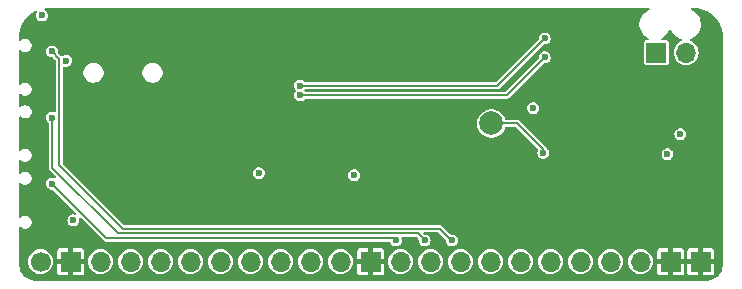
<source format=gbr>
%TF.GenerationSoftware,KiCad,Pcbnew,8.0.7*%
%TF.CreationDate,2024-12-31T00:41:56+01:00*%
%TF.ProjectId,BeDECT,42654445-4354-42e6-9b69-6361645f7063,rev?*%
%TF.SameCoordinates,Original*%
%TF.FileFunction,Copper,L4,Bot*%
%TF.FilePolarity,Positive*%
%FSLAX46Y46*%
G04 Gerber Fmt 4.6, Leading zero omitted, Abs format (unit mm)*
G04 Created by KiCad (PCBNEW 8.0.7) date 2024-12-31 00:41:56*
%MOMM*%
%LPD*%
G01*
G04 APERTURE LIST*
%TA.AperFunction,ComponentPad*%
%ADD10R,1.700000X1.700000*%
%TD*%
%TA.AperFunction,ComponentPad*%
%ADD11O,1.700000X1.700000*%
%TD*%
%TA.AperFunction,ComponentPad*%
%ADD12C,1.700000*%
%TD*%
%TA.AperFunction,SMDPad,CuDef*%
%ADD13C,2.000000*%
%TD*%
%TA.AperFunction,ViaPad*%
%ADD14C,0.600000*%
%TD*%
%TA.AperFunction,Conductor*%
%ADD15C,0.200000*%
%TD*%
G04 APERTURE END LIST*
D10*
%TO.P,LS1,1,1*%
%TO.N,Net-(C7-Pad1)*%
X171150000Y-78800000D03*
D11*
%TO.P,LS1,2,2*%
%TO.N,Net-(C6-Pad1)*%
X173690000Y-78800000D03*
%TD*%
D12*
%TO.P,J1,1,Pin_1*%
%TO.N,+5VPI_p*%
X119020000Y-96500000D03*
D10*
%TO.P,J1,2,Pin_2*%
%TO.N,GND*%
X121560000Y-96500000D03*
D11*
%TO.P,J1,3,Pin_3*%
%TO.N,+3V3PI*%
X124100000Y-96500000D03*
%TO.P,J1,4,Pin_4*%
%TO.N,/Pi_SCL*%
X126640000Y-96500000D03*
%TO.P,J1,5,Pin_5*%
%TO.N,/Pi_SDA*%
X129180000Y-96500000D03*
%TO.P,J1,6,Pin_6*%
%TO.N,/Pi_GPIO4*%
X131720000Y-96500000D03*
%TO.P,J1,7,Pin_7*%
%TO.N,/Pi_GPIO14*%
X134260000Y-96500000D03*
%TO.P,J1,8,Pin_8*%
%TO.N,/Pi_GPIO15*%
X136800000Y-96500000D03*
%TO.P,J1,9,Pin_9*%
%TO.N,/Pi_GPIO17*%
X139340000Y-96500000D03*
%TO.P,J1,10,Pin_10*%
%TO.N,/Pi_GPIO18*%
X141880000Y-96500000D03*
%TO.P,J1,11,Pin_11*%
%TO.N,/Pi_GPIO27*%
X144420000Y-96500000D03*
D10*
%TO.P,J1,12,Pin_12*%
%TO.N,GND*%
X146960000Y-96500000D03*
D11*
%TO.P,J1,13,Pin_13*%
%TO.N,/Pi_GPIO22*%
X149500000Y-96500000D03*
%TO.P,J1,14,Pin_14*%
%TO.N,/Pi_GPIO23*%
X152040000Y-96500000D03*
%TO.P,J1,15,Pin_15*%
%TO.N,/Pi_GPIO24*%
X154580000Y-96500000D03*
%TO.P,J1,16,Pin_16*%
%TO.N,/Pi_GPIO10*%
X157120000Y-96500000D03*
%TO.P,J1,17,Pin_17*%
%TO.N,/Pi_GPIO09*%
X159660000Y-96500000D03*
%TO.P,J1,18,Pin_18*%
%TO.N,/Pi_GPIO25*%
X162200000Y-96500000D03*
%TO.P,J1,19,Pin_19*%
%TO.N,/Pi_GPIO11*%
X164740000Y-96500000D03*
%TO.P,J1,20,Pin_20*%
%TO.N,/Pi_GPIO08*%
X167280000Y-96500000D03*
%TO.P,J1,21,Pin_21*%
%TO.N,/Pi_GPIO07*%
X169820000Y-96500000D03*
D10*
%TO.P,J1,22,Pin_22*%
%TO.N,GND*%
X172360000Y-96500000D03*
%TO.P,J1,23,Pin_23*%
X174900000Y-96500000D03*
%TD*%
D13*
%TO.P,TP1,1,1*%
%TO.N,Net-(U1-JTAG)*%
X157200000Y-84800000D03*
%TD*%
D14*
%TO.N,GND*%
X170700000Y-93700000D03*
X167600000Y-93700000D03*
X169100000Y-93700000D03*
X166100000Y-93700000D03*
X164600000Y-93700000D03*
X164300000Y-81100000D03*
X162800000Y-81100000D03*
X165800000Y-84200000D03*
X165800000Y-82700000D03*
X164300000Y-82700000D03*
X164300000Y-84200000D03*
X176100000Y-85700000D03*
X176100000Y-84300000D03*
X174600000Y-84300000D03*
X172200000Y-93700000D03*
X173700000Y-92200000D03*
X173700000Y-93700000D03*
X172200000Y-92200000D03*
X157200000Y-93700000D03*
X155700000Y-93700000D03*
X158600000Y-93700000D03*
X160100000Y-92200000D03*
X160100000Y-93700000D03*
X158600000Y-92200000D03*
X163100000Y-93700000D03*
X161600000Y-93700000D03*
X161600000Y-90700000D03*
X163100000Y-90700000D03*
X163100000Y-92200000D03*
X161600000Y-92200000D03*
X123500000Y-89800000D03*
X123500000Y-88300000D03*
X129400000Y-88200000D03*
X130900000Y-88200000D03*
X125000000Y-91400000D03*
X128000000Y-91400000D03*
X126500000Y-91400000D03*
X133800000Y-85200000D03*
X132300000Y-85200000D03*
X135600000Y-86800000D03*
X134100000Y-86800000D03*
X132400000Y-86800000D03*
X129400000Y-86800000D03*
X130900000Y-86800000D03*
X128000000Y-86800000D03*
X125000000Y-86800000D03*
X125000000Y-88300000D03*
X126500000Y-88300000D03*
X128000000Y-88300000D03*
X125000000Y-89800000D03*
X126500000Y-86800000D03*
X126500000Y-89800000D03*
X128000000Y-89800000D03*
X138800000Y-84800000D03*
X137300000Y-84800000D03*
X135800000Y-84800000D03*
X138800000Y-83300000D03*
X137300000Y-83300000D03*
X135800000Y-83300000D03*
X138800000Y-81800000D03*
X137300000Y-81800000D03*
X135800000Y-81800000D03*
%TO.N,+3V3PI*%
X119150000Y-75650000D03*
X121200000Y-79475000D03*
X121800000Y-93000000D03*
%TO.N,/Pi_GPIO24*%
X120000000Y-78700000D03*
X153850000Y-94700000D03*
%TO.N,/Pi_GPIO23*%
X120000000Y-84300000D03*
X151550000Y-94700000D03*
%TO.N,/Pi_GPIO22*%
X120000000Y-89900000D03*
X149100000Y-94700000D03*
%TO.N,GND*%
X174600000Y-90600000D03*
X163300000Y-87300000D03*
%TO.N,+3V3PI*%
X172100000Y-87400000D03*
X137500000Y-89000000D03*
X145575000Y-89175000D03*
X173200000Y-85700000D03*
X160725000Y-83500000D03*
%TO.N,Net-(U1-LSRn)*%
X141000000Y-82400000D03*
X161700000Y-79200000D03*
%TO.N,Net-(U1-JTAG)*%
X161600000Y-87300000D03*
%TO.N,Net-(U1-LSRp)*%
X161700000Y-77600000D03*
X141000000Y-81599997D03*
%TD*%
D15*
%TO.N,/Pi_GPIO24*%
X153850000Y-94700000D02*
X153800000Y-94700000D01*
X153800000Y-94700000D02*
X152800000Y-93700000D01*
X152800000Y-93700000D02*
X125975000Y-93700000D01*
X120600000Y-88325000D02*
X120600000Y-79300000D01*
X125975000Y-93700000D02*
X120600000Y-88325000D01*
X120600000Y-79300000D02*
X120000000Y-78700000D01*
%TO.N,/Pi_GPIO23*%
X151550000Y-94700000D02*
X150950000Y-94100000D01*
X125550000Y-94100000D02*
X120000000Y-88550000D01*
X150950000Y-94100000D02*
X125550000Y-94100000D01*
X120000000Y-88550000D02*
X120000000Y-84300000D01*
%TO.N,/Pi_GPIO22*%
X149100000Y-94700000D02*
X148900000Y-94500000D01*
X148900000Y-94500000D02*
X124600000Y-94500000D01*
X124600000Y-94500000D02*
X120000000Y-89900000D01*
%TO.N,Net-(U1-LSRn)*%
X158500000Y-82400000D02*
X161700000Y-79200000D01*
X141000000Y-82400000D02*
X158500000Y-82400000D01*
%TO.N,Net-(U1-JTAG)*%
X159400000Y-84800000D02*
X157200000Y-84800000D01*
X161600000Y-87000000D02*
X159400000Y-84800000D01*
X161600000Y-87300000D02*
X161600000Y-87000000D01*
%TO.N,Net-(U1-LSRp)*%
X141000000Y-81599997D02*
X157700003Y-81599997D01*
X157700003Y-81599997D02*
X161700000Y-77600000D01*
%TD*%
%TA.AperFunction,Conductor*%
%TO.N,GND*%
G36*
X170556842Y-75019407D02*
G01*
X170592806Y-75068907D01*
X170592806Y-75130093D01*
X170556842Y-75179593D01*
X170529243Y-75193655D01*
X170525781Y-75194779D01*
X170343390Y-75287712D01*
X170343386Y-75287714D01*
X170177786Y-75408029D01*
X170033029Y-75552786D01*
X169912714Y-75718386D01*
X169912712Y-75718390D01*
X169819780Y-75900780D01*
X169756521Y-76095470D01*
X169724500Y-76297644D01*
X169724500Y-76502355D01*
X169756521Y-76704529D01*
X169819780Y-76899219D01*
X169912712Y-77081609D01*
X169912714Y-77081613D01*
X170033029Y-77247213D01*
X170033031Y-77247215D01*
X170033034Y-77247219D01*
X170177781Y-77391966D01*
X170177784Y-77391968D01*
X170177786Y-77391970D01*
X170343386Y-77512285D01*
X170343390Y-77512287D01*
X170441526Y-77562290D01*
X170484791Y-77605555D01*
X170494362Y-77665987D01*
X170466584Y-77720504D01*
X170412068Y-77748281D01*
X170396581Y-77749500D01*
X170280252Y-77749500D01*
X170280251Y-77749500D01*
X170280241Y-77749501D01*
X170221772Y-77761132D01*
X170221766Y-77761134D01*
X170155451Y-77805445D01*
X170155445Y-77805451D01*
X170111134Y-77871766D01*
X170111132Y-77871772D01*
X170099501Y-77930241D01*
X170099500Y-77930253D01*
X170099500Y-79669746D01*
X170099501Y-79669758D01*
X170111132Y-79728227D01*
X170111134Y-79728233D01*
X170155445Y-79794548D01*
X170155448Y-79794552D01*
X170221769Y-79838867D01*
X170266231Y-79847711D01*
X170280241Y-79850498D01*
X170280246Y-79850498D01*
X170280252Y-79850500D01*
X170280253Y-79850500D01*
X172019747Y-79850500D01*
X172019748Y-79850500D01*
X172078231Y-79838867D01*
X172144552Y-79794552D01*
X172188867Y-79728231D01*
X172200500Y-79669748D01*
X172200500Y-77930252D01*
X172198921Y-77922316D01*
X172197711Y-77916231D01*
X172188867Y-77871769D01*
X172144552Y-77805448D01*
X172144548Y-77805445D01*
X172078233Y-77761134D01*
X172078231Y-77761133D01*
X172078228Y-77761132D01*
X172078227Y-77761132D01*
X172019758Y-77749501D01*
X172019748Y-77749500D01*
X171653419Y-77749500D01*
X171595228Y-77730593D01*
X171559264Y-77681093D01*
X171559264Y-77619907D01*
X171595228Y-77570407D01*
X171608474Y-77562290D01*
X171628805Y-77551930D01*
X171706610Y-77512287D01*
X171726487Y-77497846D01*
X171872213Y-77391970D01*
X171872219Y-77391966D01*
X172016966Y-77247219D01*
X172137287Y-77081610D01*
X172230220Y-76899219D01*
X172230845Y-76897296D01*
X172231244Y-76896745D01*
X172231709Y-76895625D01*
X172231978Y-76895736D01*
X172266809Y-76847796D01*
X172325000Y-76828888D01*
X172383190Y-76847795D01*
X172418021Y-76895736D01*
X172418291Y-76895625D01*
X172418755Y-76896746D01*
X172419154Y-76897295D01*
X172419155Y-76897296D01*
X172419779Y-76899217D01*
X172512712Y-77081609D01*
X172512714Y-77081613D01*
X172633029Y-77247213D01*
X172633031Y-77247215D01*
X172633034Y-77247219D01*
X172777781Y-77391966D01*
X172777784Y-77391968D01*
X172777786Y-77391970D01*
X172943386Y-77512285D01*
X172943390Y-77512287D01*
X173125781Y-77605220D01*
X173259769Y-77648755D01*
X173309269Y-77684719D01*
X173328176Y-77742910D01*
X173309269Y-77801101D01*
X173275845Y-77830220D01*
X173103547Y-77922316D01*
X172943595Y-78053585D01*
X172943585Y-78053595D01*
X172812316Y-78213547D01*
X172714768Y-78396045D01*
X172654699Y-78594065D01*
X172654698Y-78594070D01*
X172634417Y-78799996D01*
X172634417Y-78800003D01*
X172654698Y-79005929D01*
X172654699Y-79005934D01*
X172714768Y-79203954D01*
X172812316Y-79386452D01*
X172884987Y-79475002D01*
X172943590Y-79546410D01*
X172943595Y-79546414D01*
X173103547Y-79677683D01*
X173103548Y-79677683D01*
X173103550Y-79677685D01*
X173286046Y-79775232D01*
X173423997Y-79817078D01*
X173484065Y-79835300D01*
X173484070Y-79835301D01*
X173689997Y-79855583D01*
X173690000Y-79855583D01*
X173690003Y-79855583D01*
X173895929Y-79835301D01*
X173895934Y-79835300D01*
X174093954Y-79775232D01*
X174276450Y-79677685D01*
X174436410Y-79546410D01*
X174567685Y-79386450D01*
X174665232Y-79203954D01*
X174725300Y-79005934D01*
X174725301Y-79005929D01*
X174745583Y-78800003D01*
X174745583Y-78799996D01*
X174725301Y-78594070D01*
X174725300Y-78594065D01*
X174707078Y-78533997D01*
X174665232Y-78396046D01*
X174567685Y-78213550D01*
X174436410Y-78053590D01*
X174436404Y-78053585D01*
X174276452Y-77922316D01*
X174252882Y-77909718D01*
X174093954Y-77824768D01*
X174061768Y-77815004D01*
X174011573Y-77780019D01*
X173991527Y-77722211D01*
X174009289Y-77663660D01*
X174058073Y-77626732D01*
X174059887Y-77626122D01*
X174124219Y-77605220D01*
X174306610Y-77512287D01*
X174326487Y-77497846D01*
X174472213Y-77391970D01*
X174472219Y-77391966D01*
X174616966Y-77247219D01*
X174737287Y-77081610D01*
X174830220Y-76899219D01*
X174893477Y-76704534D01*
X174906962Y-76619396D01*
X174925500Y-76502355D01*
X174925500Y-76297644D01*
X174893478Y-76095470D01*
X174890161Y-76085261D01*
X174830220Y-75900781D01*
X174737287Y-75718390D01*
X174737285Y-75718386D01*
X174616970Y-75552786D01*
X174616968Y-75552784D01*
X174616966Y-75552781D01*
X174472219Y-75408034D01*
X174472215Y-75408031D01*
X174472213Y-75408029D01*
X174306613Y-75287714D01*
X174306609Y-75287712D01*
X174124218Y-75194779D01*
X174120757Y-75193655D01*
X174071257Y-75157691D01*
X174052349Y-75099501D01*
X174071256Y-75041310D01*
X174120755Y-75005346D01*
X174151349Y-75000500D01*
X174313954Y-75000500D01*
X174319933Y-75000681D01*
X174612242Y-75018367D01*
X174624108Y-75019808D01*
X174909214Y-75072059D01*
X174920815Y-75074918D01*
X175197546Y-75161155D01*
X175208720Y-75165393D01*
X175473049Y-75284362D01*
X175483622Y-75289912D01*
X175627065Y-75376628D01*
X175731671Y-75439866D01*
X175741510Y-75446657D01*
X175969681Y-75625421D01*
X175978629Y-75633349D01*
X176183576Y-75838300D01*
X176191504Y-75847248D01*
X176370264Y-76075422D01*
X176377055Y-76085261D01*
X176527006Y-76333313D01*
X176532561Y-76343898D01*
X176651521Y-76608217D01*
X176655760Y-76619396D01*
X176721039Y-76828888D01*
X176741989Y-76896118D01*
X176744850Y-76907725D01*
X176797096Y-77192831D01*
X176798537Y-77204699D01*
X176816269Y-77497846D01*
X176816450Y-77503823D01*
X176816450Y-96626460D01*
X176816198Y-96633523D01*
X176801692Y-96836333D01*
X176799682Y-96850314D01*
X176757215Y-97045531D01*
X176753235Y-97059085D01*
X176683416Y-97246271D01*
X176677548Y-97259119D01*
X176581803Y-97434461D01*
X176574166Y-97446344D01*
X176454441Y-97606275D01*
X176445190Y-97616951D01*
X176303921Y-97758215D01*
X176293247Y-97767464D01*
X176133312Y-97887187D01*
X176121428Y-97894824D01*
X175946085Y-97990564D01*
X175933236Y-97996432D01*
X175746046Y-98066246D01*
X175732493Y-98070225D01*
X175537279Y-98112687D01*
X175523297Y-98114697D01*
X175319791Y-98129247D01*
X175312730Y-98129499D01*
X175257440Y-98129498D01*
X175251070Y-98129498D01*
X175251069Y-98129498D01*
X175244187Y-98129498D01*
X175244159Y-98129500D01*
X118755841Y-98129500D01*
X118755812Y-98129498D01*
X118748930Y-98129498D01*
X118742682Y-98129498D01*
X118686572Y-98129499D01*
X118679511Y-98129247D01*
X118476695Y-98114746D01*
X118462713Y-98112736D01*
X118267491Y-98070273D01*
X118253938Y-98066294D01*
X118066742Y-97996478D01*
X118053893Y-97990610D01*
X117878541Y-97894864D01*
X117866658Y-97887227D01*
X117706723Y-97767505D01*
X117696053Y-97758261D01*
X117554763Y-97616975D01*
X117545521Y-97606308D01*
X117447397Y-97475232D01*
X117425791Y-97446369D01*
X117418156Y-97434490D01*
X117322404Y-97259137D01*
X117316536Y-97246289D01*
X117316529Y-97246271D01*
X117246713Y-97059090D01*
X117242735Y-97045539D01*
X117242733Y-97045531D01*
X117200268Y-96850324D01*
X117198258Y-96836346D01*
X117183802Y-96634221D01*
X117183550Y-96627159D01*
X117183550Y-96499996D01*
X117964417Y-96499996D01*
X117964417Y-96500003D01*
X117984698Y-96705929D01*
X117984699Y-96705934D01*
X118044768Y-96903954D01*
X118142316Y-97086452D01*
X118273476Y-97246271D01*
X118273590Y-97246410D01*
X118273595Y-97246414D01*
X118433547Y-97377683D01*
X118433548Y-97377683D01*
X118433550Y-97377685D01*
X118616046Y-97475232D01*
X118753997Y-97517078D01*
X118814065Y-97535300D01*
X118814070Y-97535301D01*
X119019997Y-97555583D01*
X119020000Y-97555583D01*
X119020003Y-97555583D01*
X119225929Y-97535301D01*
X119225934Y-97535300D01*
X119268206Y-97522477D01*
X119423954Y-97475232D01*
X119606450Y-97377685D01*
X119766410Y-97246410D01*
X119897685Y-97086450D01*
X119995232Y-96903954D01*
X120055300Y-96705934D01*
X120055301Y-96705929D01*
X120075583Y-96500003D01*
X120075583Y-96499996D01*
X120055301Y-96294070D01*
X120055300Y-96294065D01*
X119996401Y-96099901D01*
X119995232Y-96096046D01*
X119897685Y-95913550D01*
X119766410Y-95753590D01*
X119766404Y-95753585D01*
X119606452Y-95622316D01*
X119574434Y-95605202D01*
X120410000Y-95605202D01*
X120410000Y-96299999D01*
X120410001Y-96300000D01*
X121098120Y-96300000D01*
X121094075Y-96307007D01*
X121060000Y-96434174D01*
X121060000Y-96565826D01*
X121094075Y-96692993D01*
X121098120Y-96700000D01*
X120410002Y-96700000D01*
X120410001Y-96700001D01*
X120410001Y-97394791D01*
X120412909Y-97419874D01*
X120458213Y-97522477D01*
X120537522Y-97601786D01*
X120640127Y-97647090D01*
X120665203Y-97649999D01*
X121359998Y-97649999D01*
X121360000Y-97649998D01*
X121360000Y-96961879D01*
X121367007Y-96965925D01*
X121494174Y-97000000D01*
X121625826Y-97000000D01*
X121752993Y-96965925D01*
X121760000Y-96961879D01*
X121760000Y-97649998D01*
X121760001Y-97649999D01*
X122454790Y-97649999D01*
X122454791Y-97649998D01*
X122479874Y-97647090D01*
X122582477Y-97601786D01*
X122661786Y-97522477D01*
X122707090Y-97419872D01*
X122709999Y-97394797D01*
X122710000Y-97394795D01*
X122710000Y-96700001D01*
X122709999Y-96700000D01*
X122021880Y-96700000D01*
X122025925Y-96692993D01*
X122060000Y-96565826D01*
X122060000Y-96499996D01*
X123044417Y-96499996D01*
X123044417Y-96500003D01*
X123064698Y-96705929D01*
X123064699Y-96705934D01*
X123124768Y-96903954D01*
X123222316Y-97086452D01*
X123353476Y-97246271D01*
X123353590Y-97246410D01*
X123353595Y-97246414D01*
X123513547Y-97377683D01*
X123513548Y-97377683D01*
X123513550Y-97377685D01*
X123696046Y-97475232D01*
X123833997Y-97517078D01*
X123894065Y-97535300D01*
X123894070Y-97535301D01*
X124099997Y-97555583D01*
X124100000Y-97555583D01*
X124100003Y-97555583D01*
X124305929Y-97535301D01*
X124305934Y-97535300D01*
X124348206Y-97522477D01*
X124503954Y-97475232D01*
X124686450Y-97377685D01*
X124846410Y-97246410D01*
X124977685Y-97086450D01*
X125075232Y-96903954D01*
X125135300Y-96705934D01*
X125135301Y-96705929D01*
X125155583Y-96500003D01*
X125155583Y-96499996D01*
X125584417Y-96499996D01*
X125584417Y-96500003D01*
X125604698Y-96705929D01*
X125604699Y-96705934D01*
X125664768Y-96903954D01*
X125762316Y-97086452D01*
X125893476Y-97246271D01*
X125893590Y-97246410D01*
X125893595Y-97246414D01*
X126053547Y-97377683D01*
X126053548Y-97377683D01*
X126053550Y-97377685D01*
X126236046Y-97475232D01*
X126373997Y-97517078D01*
X126434065Y-97535300D01*
X126434070Y-97535301D01*
X126639997Y-97555583D01*
X126640000Y-97555583D01*
X126640003Y-97555583D01*
X126845929Y-97535301D01*
X126845934Y-97535300D01*
X126888206Y-97522477D01*
X127043954Y-97475232D01*
X127226450Y-97377685D01*
X127386410Y-97246410D01*
X127517685Y-97086450D01*
X127615232Y-96903954D01*
X127675300Y-96705934D01*
X127675301Y-96705929D01*
X127695583Y-96500003D01*
X127695583Y-96499996D01*
X128124417Y-96499996D01*
X128124417Y-96500003D01*
X128144698Y-96705929D01*
X128144699Y-96705934D01*
X128204768Y-96903954D01*
X128302316Y-97086452D01*
X128433476Y-97246271D01*
X128433590Y-97246410D01*
X128433595Y-97246414D01*
X128593547Y-97377683D01*
X128593548Y-97377683D01*
X128593550Y-97377685D01*
X128776046Y-97475232D01*
X128913997Y-97517078D01*
X128974065Y-97535300D01*
X128974070Y-97535301D01*
X129179997Y-97555583D01*
X129180000Y-97555583D01*
X129180003Y-97555583D01*
X129385929Y-97535301D01*
X129385934Y-97535300D01*
X129428206Y-97522477D01*
X129583954Y-97475232D01*
X129766450Y-97377685D01*
X129926410Y-97246410D01*
X130057685Y-97086450D01*
X130155232Y-96903954D01*
X130215300Y-96705934D01*
X130215301Y-96705929D01*
X130235583Y-96500003D01*
X130235583Y-96499996D01*
X130664417Y-96499996D01*
X130664417Y-96500003D01*
X130684698Y-96705929D01*
X130684699Y-96705934D01*
X130744768Y-96903954D01*
X130842316Y-97086452D01*
X130973476Y-97246271D01*
X130973590Y-97246410D01*
X130973595Y-97246414D01*
X131133547Y-97377683D01*
X131133548Y-97377683D01*
X131133550Y-97377685D01*
X131316046Y-97475232D01*
X131453997Y-97517078D01*
X131514065Y-97535300D01*
X131514070Y-97535301D01*
X131719997Y-97555583D01*
X131720000Y-97555583D01*
X131720003Y-97555583D01*
X131925929Y-97535301D01*
X131925934Y-97535300D01*
X131968206Y-97522477D01*
X132123954Y-97475232D01*
X132306450Y-97377685D01*
X132466410Y-97246410D01*
X132597685Y-97086450D01*
X132695232Y-96903954D01*
X132755300Y-96705934D01*
X132755301Y-96705929D01*
X132775583Y-96500003D01*
X132775583Y-96499996D01*
X133204417Y-96499996D01*
X133204417Y-96500003D01*
X133224698Y-96705929D01*
X133224699Y-96705934D01*
X133284768Y-96903954D01*
X133382316Y-97086452D01*
X133513476Y-97246271D01*
X133513590Y-97246410D01*
X133513595Y-97246414D01*
X133673547Y-97377683D01*
X133673548Y-97377683D01*
X133673550Y-97377685D01*
X133856046Y-97475232D01*
X133993997Y-97517078D01*
X134054065Y-97535300D01*
X134054070Y-97535301D01*
X134259997Y-97555583D01*
X134260000Y-97555583D01*
X134260003Y-97555583D01*
X134465929Y-97535301D01*
X134465934Y-97535300D01*
X134508206Y-97522477D01*
X134663954Y-97475232D01*
X134846450Y-97377685D01*
X135006410Y-97246410D01*
X135137685Y-97086450D01*
X135235232Y-96903954D01*
X135295300Y-96705934D01*
X135295301Y-96705929D01*
X135315583Y-96500003D01*
X135315583Y-96499996D01*
X135744417Y-96499996D01*
X135744417Y-96500003D01*
X135764698Y-96705929D01*
X135764699Y-96705934D01*
X135824768Y-96903954D01*
X135922316Y-97086452D01*
X136053476Y-97246271D01*
X136053590Y-97246410D01*
X136053595Y-97246414D01*
X136213547Y-97377683D01*
X136213548Y-97377683D01*
X136213550Y-97377685D01*
X136396046Y-97475232D01*
X136533997Y-97517078D01*
X136594065Y-97535300D01*
X136594070Y-97535301D01*
X136799997Y-97555583D01*
X136800000Y-97555583D01*
X136800003Y-97555583D01*
X137005929Y-97535301D01*
X137005934Y-97535300D01*
X137048206Y-97522477D01*
X137203954Y-97475232D01*
X137386450Y-97377685D01*
X137546410Y-97246410D01*
X137677685Y-97086450D01*
X137775232Y-96903954D01*
X137835300Y-96705934D01*
X137835301Y-96705929D01*
X137855583Y-96500003D01*
X137855583Y-96499996D01*
X138284417Y-96499996D01*
X138284417Y-96500003D01*
X138304698Y-96705929D01*
X138304699Y-96705934D01*
X138364768Y-96903954D01*
X138462316Y-97086452D01*
X138593476Y-97246271D01*
X138593590Y-97246410D01*
X138593595Y-97246414D01*
X138753547Y-97377683D01*
X138753548Y-97377683D01*
X138753550Y-97377685D01*
X138936046Y-97475232D01*
X139073997Y-97517078D01*
X139134065Y-97535300D01*
X139134070Y-97535301D01*
X139339997Y-97555583D01*
X139340000Y-97555583D01*
X139340003Y-97555583D01*
X139545929Y-97535301D01*
X139545934Y-97535300D01*
X139588206Y-97522477D01*
X139743954Y-97475232D01*
X139926450Y-97377685D01*
X140086410Y-97246410D01*
X140217685Y-97086450D01*
X140315232Y-96903954D01*
X140375300Y-96705934D01*
X140375301Y-96705929D01*
X140395583Y-96500003D01*
X140395583Y-96499996D01*
X140824417Y-96499996D01*
X140824417Y-96500003D01*
X140844698Y-96705929D01*
X140844699Y-96705934D01*
X140904768Y-96903954D01*
X141002316Y-97086452D01*
X141133476Y-97246271D01*
X141133590Y-97246410D01*
X141133595Y-97246414D01*
X141293547Y-97377683D01*
X141293548Y-97377683D01*
X141293550Y-97377685D01*
X141476046Y-97475232D01*
X141613997Y-97517078D01*
X141674065Y-97535300D01*
X141674070Y-97535301D01*
X141879997Y-97555583D01*
X141880000Y-97555583D01*
X141880003Y-97555583D01*
X142085929Y-97535301D01*
X142085934Y-97535300D01*
X142128206Y-97522477D01*
X142283954Y-97475232D01*
X142466450Y-97377685D01*
X142626410Y-97246410D01*
X142757685Y-97086450D01*
X142855232Y-96903954D01*
X142915300Y-96705934D01*
X142915301Y-96705929D01*
X142935583Y-96500003D01*
X142935583Y-96499996D01*
X143364417Y-96499996D01*
X143364417Y-96500003D01*
X143384698Y-96705929D01*
X143384699Y-96705934D01*
X143444768Y-96903954D01*
X143542316Y-97086452D01*
X143673476Y-97246271D01*
X143673590Y-97246410D01*
X143673595Y-97246414D01*
X143833547Y-97377683D01*
X143833548Y-97377683D01*
X143833550Y-97377685D01*
X144016046Y-97475232D01*
X144153997Y-97517078D01*
X144214065Y-97535300D01*
X144214070Y-97535301D01*
X144419997Y-97555583D01*
X144420000Y-97555583D01*
X144420003Y-97555583D01*
X144625929Y-97535301D01*
X144625934Y-97535300D01*
X144668206Y-97522477D01*
X144823954Y-97475232D01*
X145006450Y-97377685D01*
X145166410Y-97246410D01*
X145297685Y-97086450D01*
X145395232Y-96903954D01*
X145455300Y-96705934D01*
X145455301Y-96705929D01*
X145475583Y-96500003D01*
X145475583Y-96499996D01*
X145455301Y-96294070D01*
X145455300Y-96294065D01*
X145396401Y-96099901D01*
X145395232Y-96096046D01*
X145297685Y-95913550D01*
X145166410Y-95753590D01*
X145166404Y-95753585D01*
X145006452Y-95622316D01*
X144974434Y-95605202D01*
X145810000Y-95605202D01*
X145810000Y-96299999D01*
X145810001Y-96300000D01*
X146498120Y-96300000D01*
X146494075Y-96307007D01*
X146460000Y-96434174D01*
X146460000Y-96565826D01*
X146494075Y-96692993D01*
X146498120Y-96700000D01*
X145810002Y-96700000D01*
X145810001Y-96700001D01*
X145810001Y-97394791D01*
X145812909Y-97419874D01*
X145858213Y-97522477D01*
X145937522Y-97601786D01*
X146040127Y-97647090D01*
X146065203Y-97649999D01*
X146759998Y-97649999D01*
X146760000Y-97649998D01*
X146760000Y-96961879D01*
X146767007Y-96965925D01*
X146894174Y-97000000D01*
X147025826Y-97000000D01*
X147152993Y-96965925D01*
X147160000Y-96961879D01*
X147160000Y-97649998D01*
X147160001Y-97649999D01*
X147854790Y-97649999D01*
X147854791Y-97649998D01*
X147879874Y-97647090D01*
X147982477Y-97601786D01*
X148061786Y-97522477D01*
X148107090Y-97419872D01*
X148109999Y-97394797D01*
X148110000Y-97394795D01*
X148110000Y-96700001D01*
X148109999Y-96700000D01*
X147421880Y-96700000D01*
X147425925Y-96692993D01*
X147460000Y-96565826D01*
X147460000Y-96499996D01*
X148444417Y-96499996D01*
X148444417Y-96500003D01*
X148464698Y-96705929D01*
X148464699Y-96705934D01*
X148524768Y-96903954D01*
X148622316Y-97086452D01*
X148753476Y-97246271D01*
X148753590Y-97246410D01*
X148753595Y-97246414D01*
X148913547Y-97377683D01*
X148913548Y-97377683D01*
X148913550Y-97377685D01*
X149096046Y-97475232D01*
X149233997Y-97517078D01*
X149294065Y-97535300D01*
X149294070Y-97535301D01*
X149499997Y-97555583D01*
X149500000Y-97555583D01*
X149500003Y-97555583D01*
X149705929Y-97535301D01*
X149705934Y-97535300D01*
X149748206Y-97522477D01*
X149903954Y-97475232D01*
X150086450Y-97377685D01*
X150246410Y-97246410D01*
X150377685Y-97086450D01*
X150475232Y-96903954D01*
X150535300Y-96705934D01*
X150535301Y-96705929D01*
X150555583Y-96500003D01*
X150555583Y-96499996D01*
X150984417Y-96499996D01*
X150984417Y-96500003D01*
X151004698Y-96705929D01*
X151004699Y-96705934D01*
X151064768Y-96903954D01*
X151162316Y-97086452D01*
X151293476Y-97246271D01*
X151293590Y-97246410D01*
X151293595Y-97246414D01*
X151453547Y-97377683D01*
X151453548Y-97377683D01*
X151453550Y-97377685D01*
X151636046Y-97475232D01*
X151773997Y-97517078D01*
X151834065Y-97535300D01*
X151834070Y-97535301D01*
X152039997Y-97555583D01*
X152040000Y-97555583D01*
X152040003Y-97555583D01*
X152245929Y-97535301D01*
X152245934Y-97535300D01*
X152288206Y-97522477D01*
X152443954Y-97475232D01*
X152626450Y-97377685D01*
X152786410Y-97246410D01*
X152917685Y-97086450D01*
X153015232Y-96903954D01*
X153075300Y-96705934D01*
X153075301Y-96705929D01*
X153095583Y-96500003D01*
X153095583Y-96499996D01*
X153524417Y-96499996D01*
X153524417Y-96500003D01*
X153544698Y-96705929D01*
X153544699Y-96705934D01*
X153604768Y-96903954D01*
X153702316Y-97086452D01*
X153833476Y-97246271D01*
X153833590Y-97246410D01*
X153833595Y-97246414D01*
X153993547Y-97377683D01*
X153993548Y-97377683D01*
X153993550Y-97377685D01*
X154176046Y-97475232D01*
X154313997Y-97517078D01*
X154374065Y-97535300D01*
X154374070Y-97535301D01*
X154579997Y-97555583D01*
X154580000Y-97555583D01*
X154580003Y-97555583D01*
X154785929Y-97535301D01*
X154785934Y-97535300D01*
X154828206Y-97522477D01*
X154983954Y-97475232D01*
X155166450Y-97377685D01*
X155326410Y-97246410D01*
X155457685Y-97086450D01*
X155555232Y-96903954D01*
X155615300Y-96705934D01*
X155615301Y-96705929D01*
X155635583Y-96500003D01*
X155635583Y-96499996D01*
X156064417Y-96499996D01*
X156064417Y-96500003D01*
X156084698Y-96705929D01*
X156084699Y-96705934D01*
X156144768Y-96903954D01*
X156242316Y-97086452D01*
X156373476Y-97246271D01*
X156373590Y-97246410D01*
X156373595Y-97246414D01*
X156533547Y-97377683D01*
X156533548Y-97377683D01*
X156533550Y-97377685D01*
X156716046Y-97475232D01*
X156853997Y-97517078D01*
X156914065Y-97535300D01*
X156914070Y-97535301D01*
X157119997Y-97555583D01*
X157120000Y-97555583D01*
X157120003Y-97555583D01*
X157325929Y-97535301D01*
X157325934Y-97535300D01*
X157368206Y-97522477D01*
X157523954Y-97475232D01*
X157706450Y-97377685D01*
X157866410Y-97246410D01*
X157997685Y-97086450D01*
X158095232Y-96903954D01*
X158155300Y-96705934D01*
X158155301Y-96705929D01*
X158175583Y-96500003D01*
X158175583Y-96499996D01*
X158604417Y-96499996D01*
X158604417Y-96500003D01*
X158624698Y-96705929D01*
X158624699Y-96705934D01*
X158684768Y-96903954D01*
X158782316Y-97086452D01*
X158913476Y-97246271D01*
X158913590Y-97246410D01*
X158913595Y-97246414D01*
X159073547Y-97377683D01*
X159073548Y-97377683D01*
X159073550Y-97377685D01*
X159256046Y-97475232D01*
X159393997Y-97517078D01*
X159454065Y-97535300D01*
X159454070Y-97535301D01*
X159659997Y-97555583D01*
X159660000Y-97555583D01*
X159660003Y-97555583D01*
X159865929Y-97535301D01*
X159865934Y-97535300D01*
X159908206Y-97522477D01*
X160063954Y-97475232D01*
X160246450Y-97377685D01*
X160406410Y-97246410D01*
X160537685Y-97086450D01*
X160635232Y-96903954D01*
X160695300Y-96705934D01*
X160695301Y-96705929D01*
X160715583Y-96500003D01*
X160715583Y-96499996D01*
X161144417Y-96499996D01*
X161144417Y-96500003D01*
X161164698Y-96705929D01*
X161164699Y-96705934D01*
X161224768Y-96903954D01*
X161322316Y-97086452D01*
X161453476Y-97246271D01*
X161453590Y-97246410D01*
X161453595Y-97246414D01*
X161613547Y-97377683D01*
X161613548Y-97377683D01*
X161613550Y-97377685D01*
X161796046Y-97475232D01*
X161933997Y-97517078D01*
X161994065Y-97535300D01*
X161994070Y-97535301D01*
X162199997Y-97555583D01*
X162200000Y-97555583D01*
X162200003Y-97555583D01*
X162405929Y-97535301D01*
X162405934Y-97535300D01*
X162448206Y-97522477D01*
X162603954Y-97475232D01*
X162786450Y-97377685D01*
X162946410Y-97246410D01*
X163077685Y-97086450D01*
X163175232Y-96903954D01*
X163235300Y-96705934D01*
X163235301Y-96705929D01*
X163255583Y-96500003D01*
X163255583Y-96499996D01*
X163684417Y-96499996D01*
X163684417Y-96500003D01*
X163704698Y-96705929D01*
X163704699Y-96705934D01*
X163764768Y-96903954D01*
X163862316Y-97086452D01*
X163993476Y-97246271D01*
X163993590Y-97246410D01*
X163993595Y-97246414D01*
X164153547Y-97377683D01*
X164153548Y-97377683D01*
X164153550Y-97377685D01*
X164336046Y-97475232D01*
X164473997Y-97517078D01*
X164534065Y-97535300D01*
X164534070Y-97535301D01*
X164739997Y-97555583D01*
X164740000Y-97555583D01*
X164740003Y-97555583D01*
X164945929Y-97535301D01*
X164945934Y-97535300D01*
X164988206Y-97522477D01*
X165143954Y-97475232D01*
X165326450Y-97377685D01*
X165486410Y-97246410D01*
X165617685Y-97086450D01*
X165715232Y-96903954D01*
X165775300Y-96705934D01*
X165775301Y-96705929D01*
X165795583Y-96500003D01*
X165795583Y-96499996D01*
X166224417Y-96499996D01*
X166224417Y-96500003D01*
X166244698Y-96705929D01*
X166244699Y-96705934D01*
X166304768Y-96903954D01*
X166402316Y-97086452D01*
X166533476Y-97246271D01*
X166533590Y-97246410D01*
X166533595Y-97246414D01*
X166693547Y-97377683D01*
X166693548Y-97377683D01*
X166693550Y-97377685D01*
X166876046Y-97475232D01*
X167013997Y-97517078D01*
X167074065Y-97535300D01*
X167074070Y-97535301D01*
X167279997Y-97555583D01*
X167280000Y-97555583D01*
X167280003Y-97555583D01*
X167485929Y-97535301D01*
X167485934Y-97535300D01*
X167528206Y-97522477D01*
X167683954Y-97475232D01*
X167866450Y-97377685D01*
X168026410Y-97246410D01*
X168157685Y-97086450D01*
X168255232Y-96903954D01*
X168315300Y-96705934D01*
X168315301Y-96705929D01*
X168335583Y-96500003D01*
X168335583Y-96499996D01*
X168764417Y-96499996D01*
X168764417Y-96500003D01*
X168784698Y-96705929D01*
X168784699Y-96705934D01*
X168844768Y-96903954D01*
X168942316Y-97086452D01*
X169073476Y-97246271D01*
X169073590Y-97246410D01*
X169073595Y-97246414D01*
X169233547Y-97377683D01*
X169233548Y-97377683D01*
X169233550Y-97377685D01*
X169416046Y-97475232D01*
X169553997Y-97517078D01*
X169614065Y-97535300D01*
X169614070Y-97535301D01*
X169819997Y-97555583D01*
X169820000Y-97555583D01*
X169820003Y-97555583D01*
X170025929Y-97535301D01*
X170025934Y-97535300D01*
X170068206Y-97522477D01*
X170223954Y-97475232D01*
X170406450Y-97377685D01*
X170566410Y-97246410D01*
X170697685Y-97086450D01*
X170795232Y-96903954D01*
X170855300Y-96705934D01*
X170855301Y-96705929D01*
X170875583Y-96500003D01*
X170875583Y-96499996D01*
X170855301Y-96294070D01*
X170855300Y-96294065D01*
X170796401Y-96099901D01*
X170795232Y-96096046D01*
X170697685Y-95913550D01*
X170566410Y-95753590D01*
X170566404Y-95753585D01*
X170406452Y-95622316D01*
X170374434Y-95605202D01*
X171210000Y-95605202D01*
X171210000Y-96299999D01*
X171210001Y-96300000D01*
X171898120Y-96300000D01*
X171894075Y-96307007D01*
X171860000Y-96434174D01*
X171860000Y-96565826D01*
X171894075Y-96692993D01*
X171898120Y-96700000D01*
X171210002Y-96700000D01*
X171210001Y-96700001D01*
X171210001Y-97394791D01*
X171212909Y-97419874D01*
X171258213Y-97522477D01*
X171337522Y-97601786D01*
X171440127Y-97647090D01*
X171465203Y-97649999D01*
X172159998Y-97649999D01*
X172160000Y-97649998D01*
X172160000Y-96961879D01*
X172167007Y-96965925D01*
X172294174Y-97000000D01*
X172425826Y-97000000D01*
X172552993Y-96965925D01*
X172560000Y-96961879D01*
X172560000Y-97649998D01*
X172560001Y-97649999D01*
X173254790Y-97649999D01*
X173254791Y-97649998D01*
X173279874Y-97647090D01*
X173382477Y-97601786D01*
X173461786Y-97522477D01*
X173507090Y-97419872D01*
X173509999Y-97394797D01*
X173510000Y-97394795D01*
X173510000Y-96700001D01*
X173509999Y-96700000D01*
X172821880Y-96700000D01*
X172825925Y-96692993D01*
X172860000Y-96565826D01*
X172860000Y-96434174D01*
X172825925Y-96307007D01*
X172821880Y-96300000D01*
X173509998Y-96300000D01*
X173509999Y-96299999D01*
X173509999Y-95605210D01*
X173509998Y-95605208D01*
X173509997Y-95605202D01*
X173750000Y-95605202D01*
X173750000Y-96299999D01*
X173750001Y-96300000D01*
X174438120Y-96300000D01*
X174434075Y-96307007D01*
X174400000Y-96434174D01*
X174400000Y-96565826D01*
X174434075Y-96692993D01*
X174438120Y-96700000D01*
X173750002Y-96700000D01*
X173750001Y-96700001D01*
X173750001Y-97394791D01*
X173752909Y-97419874D01*
X173798213Y-97522477D01*
X173877522Y-97601786D01*
X173980127Y-97647090D01*
X174005203Y-97649999D01*
X174699998Y-97649999D01*
X174700000Y-97649998D01*
X174700000Y-96961879D01*
X174707007Y-96965925D01*
X174834174Y-97000000D01*
X174965826Y-97000000D01*
X175092993Y-96965925D01*
X175100000Y-96961879D01*
X175100000Y-97649998D01*
X175100001Y-97649999D01*
X175794790Y-97649999D01*
X175794791Y-97649998D01*
X175819874Y-97647090D01*
X175922477Y-97601786D01*
X176001786Y-97522477D01*
X176047090Y-97419872D01*
X176049999Y-97394797D01*
X176050000Y-97394795D01*
X176050000Y-96700001D01*
X176049999Y-96700000D01*
X175361880Y-96700000D01*
X175365925Y-96692993D01*
X175400000Y-96565826D01*
X175400000Y-96434174D01*
X175365925Y-96307007D01*
X175361880Y-96300000D01*
X176049998Y-96300000D01*
X176049999Y-96299999D01*
X176049999Y-95605210D01*
X176049998Y-95605208D01*
X176047090Y-95580125D01*
X176001786Y-95477522D01*
X175922477Y-95398213D01*
X175819872Y-95352909D01*
X175794797Y-95350000D01*
X175100001Y-95350000D01*
X175100000Y-95350001D01*
X175100000Y-96038120D01*
X175092993Y-96034075D01*
X174965826Y-96000000D01*
X174834174Y-96000000D01*
X174707007Y-96034075D01*
X174700000Y-96038120D01*
X174700000Y-95350001D01*
X174699999Y-95350000D01*
X174005210Y-95350000D01*
X174005207Y-95350001D01*
X173980125Y-95352909D01*
X173877522Y-95398213D01*
X173798213Y-95477522D01*
X173752909Y-95580127D01*
X173750000Y-95605202D01*
X173509997Y-95605202D01*
X173507090Y-95580125D01*
X173461786Y-95477522D01*
X173382477Y-95398213D01*
X173279872Y-95352909D01*
X173254797Y-95350000D01*
X172560001Y-95350000D01*
X172560000Y-95350001D01*
X172560000Y-96038120D01*
X172552993Y-96034075D01*
X172425826Y-96000000D01*
X172294174Y-96000000D01*
X172167007Y-96034075D01*
X172160000Y-96038120D01*
X172160000Y-95350001D01*
X172159999Y-95350000D01*
X171465210Y-95350000D01*
X171465207Y-95350001D01*
X171440125Y-95352909D01*
X171337522Y-95398213D01*
X171258213Y-95477522D01*
X171212909Y-95580127D01*
X171210000Y-95605202D01*
X170374434Y-95605202D01*
X170223954Y-95524768D01*
X170025934Y-95464699D01*
X170025929Y-95464698D01*
X169820003Y-95444417D01*
X169819997Y-95444417D01*
X169614070Y-95464698D01*
X169614065Y-95464699D01*
X169416045Y-95524768D01*
X169233547Y-95622316D01*
X169073595Y-95753585D01*
X169073585Y-95753595D01*
X168942316Y-95913547D01*
X168844768Y-96096045D01*
X168784699Y-96294065D01*
X168784698Y-96294070D01*
X168764417Y-96499996D01*
X168335583Y-96499996D01*
X168315301Y-96294070D01*
X168315300Y-96294065D01*
X168256401Y-96099901D01*
X168255232Y-96096046D01*
X168157685Y-95913550D01*
X168026410Y-95753590D01*
X168026404Y-95753585D01*
X167866452Y-95622316D01*
X167683954Y-95524768D01*
X167485934Y-95464699D01*
X167485929Y-95464698D01*
X167280003Y-95444417D01*
X167279997Y-95444417D01*
X167074070Y-95464698D01*
X167074065Y-95464699D01*
X166876045Y-95524768D01*
X166693547Y-95622316D01*
X166533595Y-95753585D01*
X166533585Y-95753595D01*
X166402316Y-95913547D01*
X166304768Y-96096045D01*
X166244699Y-96294065D01*
X166244698Y-96294070D01*
X166224417Y-96499996D01*
X165795583Y-96499996D01*
X165775301Y-96294070D01*
X165775300Y-96294065D01*
X165716401Y-96099901D01*
X165715232Y-96096046D01*
X165617685Y-95913550D01*
X165486410Y-95753590D01*
X165486404Y-95753585D01*
X165326452Y-95622316D01*
X165143954Y-95524768D01*
X164945934Y-95464699D01*
X164945929Y-95464698D01*
X164740003Y-95444417D01*
X164739997Y-95444417D01*
X164534070Y-95464698D01*
X164534065Y-95464699D01*
X164336045Y-95524768D01*
X164153547Y-95622316D01*
X163993595Y-95753585D01*
X163993585Y-95753595D01*
X163862316Y-95913547D01*
X163764768Y-96096045D01*
X163704699Y-96294065D01*
X163704698Y-96294070D01*
X163684417Y-96499996D01*
X163255583Y-96499996D01*
X163235301Y-96294070D01*
X163235300Y-96294065D01*
X163176401Y-96099901D01*
X163175232Y-96096046D01*
X163077685Y-95913550D01*
X162946410Y-95753590D01*
X162946404Y-95753585D01*
X162786452Y-95622316D01*
X162603954Y-95524768D01*
X162405934Y-95464699D01*
X162405929Y-95464698D01*
X162200003Y-95444417D01*
X162199997Y-95444417D01*
X161994070Y-95464698D01*
X161994065Y-95464699D01*
X161796045Y-95524768D01*
X161613547Y-95622316D01*
X161453595Y-95753585D01*
X161453585Y-95753595D01*
X161322316Y-95913547D01*
X161224768Y-96096045D01*
X161164699Y-96294065D01*
X161164698Y-96294070D01*
X161144417Y-96499996D01*
X160715583Y-96499996D01*
X160695301Y-96294070D01*
X160695300Y-96294065D01*
X160636401Y-96099901D01*
X160635232Y-96096046D01*
X160537685Y-95913550D01*
X160406410Y-95753590D01*
X160406404Y-95753585D01*
X160246452Y-95622316D01*
X160063954Y-95524768D01*
X159865934Y-95464699D01*
X159865929Y-95464698D01*
X159660003Y-95444417D01*
X159659997Y-95444417D01*
X159454070Y-95464698D01*
X159454065Y-95464699D01*
X159256045Y-95524768D01*
X159073547Y-95622316D01*
X158913595Y-95753585D01*
X158913585Y-95753595D01*
X158782316Y-95913547D01*
X158684768Y-96096045D01*
X158624699Y-96294065D01*
X158624698Y-96294070D01*
X158604417Y-96499996D01*
X158175583Y-96499996D01*
X158155301Y-96294070D01*
X158155300Y-96294065D01*
X158096401Y-96099901D01*
X158095232Y-96096046D01*
X157997685Y-95913550D01*
X157866410Y-95753590D01*
X157866404Y-95753585D01*
X157706452Y-95622316D01*
X157523954Y-95524768D01*
X157325934Y-95464699D01*
X157325929Y-95464698D01*
X157120003Y-95444417D01*
X157119997Y-95444417D01*
X156914070Y-95464698D01*
X156914065Y-95464699D01*
X156716045Y-95524768D01*
X156533547Y-95622316D01*
X156373595Y-95753585D01*
X156373585Y-95753595D01*
X156242316Y-95913547D01*
X156144768Y-96096045D01*
X156084699Y-96294065D01*
X156084698Y-96294070D01*
X156064417Y-96499996D01*
X155635583Y-96499996D01*
X155615301Y-96294070D01*
X155615300Y-96294065D01*
X155556401Y-96099901D01*
X155555232Y-96096046D01*
X155457685Y-95913550D01*
X155326410Y-95753590D01*
X155326404Y-95753585D01*
X155166452Y-95622316D01*
X154983954Y-95524768D01*
X154785934Y-95464699D01*
X154785929Y-95464698D01*
X154580003Y-95444417D01*
X154579997Y-95444417D01*
X154374070Y-95464698D01*
X154374065Y-95464699D01*
X154176045Y-95524768D01*
X153993547Y-95622316D01*
X153833595Y-95753585D01*
X153833585Y-95753595D01*
X153702316Y-95913547D01*
X153604768Y-96096045D01*
X153544699Y-96294065D01*
X153544698Y-96294070D01*
X153524417Y-96499996D01*
X153095583Y-96499996D01*
X153075301Y-96294070D01*
X153075300Y-96294065D01*
X153016401Y-96099901D01*
X153015232Y-96096046D01*
X152917685Y-95913550D01*
X152786410Y-95753590D01*
X152786404Y-95753585D01*
X152626452Y-95622316D01*
X152443954Y-95524768D01*
X152245934Y-95464699D01*
X152245929Y-95464698D01*
X152040003Y-95444417D01*
X152039997Y-95444417D01*
X151834070Y-95464698D01*
X151834065Y-95464699D01*
X151636045Y-95524768D01*
X151453547Y-95622316D01*
X151293595Y-95753585D01*
X151293585Y-95753595D01*
X151162316Y-95913547D01*
X151064768Y-96096045D01*
X151004699Y-96294065D01*
X151004698Y-96294070D01*
X150984417Y-96499996D01*
X150555583Y-96499996D01*
X150535301Y-96294070D01*
X150535300Y-96294065D01*
X150476401Y-96099901D01*
X150475232Y-96096046D01*
X150377685Y-95913550D01*
X150246410Y-95753590D01*
X150246404Y-95753585D01*
X150086452Y-95622316D01*
X149903954Y-95524768D01*
X149705934Y-95464699D01*
X149705929Y-95464698D01*
X149500003Y-95444417D01*
X149499997Y-95444417D01*
X149294070Y-95464698D01*
X149294065Y-95464699D01*
X149096045Y-95524768D01*
X148913547Y-95622316D01*
X148753595Y-95753585D01*
X148753585Y-95753595D01*
X148622316Y-95913547D01*
X148524768Y-96096045D01*
X148464699Y-96294065D01*
X148464698Y-96294070D01*
X148444417Y-96499996D01*
X147460000Y-96499996D01*
X147460000Y-96434174D01*
X147425925Y-96307007D01*
X147421880Y-96300000D01*
X148109998Y-96300000D01*
X148109999Y-96299999D01*
X148109999Y-95605210D01*
X148109998Y-95605208D01*
X148107090Y-95580125D01*
X148061786Y-95477522D01*
X147982477Y-95398213D01*
X147879872Y-95352909D01*
X147854797Y-95350000D01*
X147160001Y-95350000D01*
X147160000Y-95350001D01*
X147160000Y-96038120D01*
X147152993Y-96034075D01*
X147025826Y-96000000D01*
X146894174Y-96000000D01*
X146767007Y-96034075D01*
X146760000Y-96038120D01*
X146760000Y-95350001D01*
X146759999Y-95350000D01*
X146065210Y-95350000D01*
X146065207Y-95350001D01*
X146040125Y-95352909D01*
X145937522Y-95398213D01*
X145858213Y-95477522D01*
X145812909Y-95580127D01*
X145810000Y-95605202D01*
X144974434Y-95605202D01*
X144823954Y-95524768D01*
X144625934Y-95464699D01*
X144625929Y-95464698D01*
X144420003Y-95444417D01*
X144419997Y-95444417D01*
X144214070Y-95464698D01*
X144214065Y-95464699D01*
X144016045Y-95524768D01*
X143833547Y-95622316D01*
X143673595Y-95753585D01*
X143673585Y-95753595D01*
X143542316Y-95913547D01*
X143444768Y-96096045D01*
X143384699Y-96294065D01*
X143384698Y-96294070D01*
X143364417Y-96499996D01*
X142935583Y-96499996D01*
X142915301Y-96294070D01*
X142915300Y-96294065D01*
X142856401Y-96099901D01*
X142855232Y-96096046D01*
X142757685Y-95913550D01*
X142626410Y-95753590D01*
X142626404Y-95753585D01*
X142466452Y-95622316D01*
X142283954Y-95524768D01*
X142085934Y-95464699D01*
X142085929Y-95464698D01*
X141880003Y-95444417D01*
X141879997Y-95444417D01*
X141674070Y-95464698D01*
X141674065Y-95464699D01*
X141476045Y-95524768D01*
X141293547Y-95622316D01*
X141133595Y-95753585D01*
X141133585Y-95753595D01*
X141002316Y-95913547D01*
X140904768Y-96096045D01*
X140844699Y-96294065D01*
X140844698Y-96294070D01*
X140824417Y-96499996D01*
X140395583Y-96499996D01*
X140375301Y-96294070D01*
X140375300Y-96294065D01*
X140316401Y-96099901D01*
X140315232Y-96096046D01*
X140217685Y-95913550D01*
X140086410Y-95753590D01*
X140086404Y-95753585D01*
X139926452Y-95622316D01*
X139743954Y-95524768D01*
X139545934Y-95464699D01*
X139545929Y-95464698D01*
X139340003Y-95444417D01*
X139339997Y-95444417D01*
X139134070Y-95464698D01*
X139134065Y-95464699D01*
X138936045Y-95524768D01*
X138753547Y-95622316D01*
X138593595Y-95753585D01*
X138593585Y-95753595D01*
X138462316Y-95913547D01*
X138364768Y-96096045D01*
X138304699Y-96294065D01*
X138304698Y-96294070D01*
X138284417Y-96499996D01*
X137855583Y-96499996D01*
X137835301Y-96294070D01*
X137835300Y-96294065D01*
X137776401Y-96099901D01*
X137775232Y-96096046D01*
X137677685Y-95913550D01*
X137546410Y-95753590D01*
X137546404Y-95753585D01*
X137386452Y-95622316D01*
X137203954Y-95524768D01*
X137005934Y-95464699D01*
X137005929Y-95464698D01*
X136800003Y-95444417D01*
X136799997Y-95444417D01*
X136594070Y-95464698D01*
X136594065Y-95464699D01*
X136396045Y-95524768D01*
X136213547Y-95622316D01*
X136053595Y-95753585D01*
X136053585Y-95753595D01*
X135922316Y-95913547D01*
X135824768Y-96096045D01*
X135764699Y-96294065D01*
X135764698Y-96294070D01*
X135744417Y-96499996D01*
X135315583Y-96499996D01*
X135295301Y-96294070D01*
X135295300Y-96294065D01*
X135236401Y-96099901D01*
X135235232Y-96096046D01*
X135137685Y-95913550D01*
X135006410Y-95753590D01*
X135006404Y-95753585D01*
X134846452Y-95622316D01*
X134663954Y-95524768D01*
X134465934Y-95464699D01*
X134465929Y-95464698D01*
X134260003Y-95444417D01*
X134259997Y-95444417D01*
X134054070Y-95464698D01*
X134054065Y-95464699D01*
X133856045Y-95524768D01*
X133673547Y-95622316D01*
X133513595Y-95753585D01*
X133513585Y-95753595D01*
X133382316Y-95913547D01*
X133284768Y-96096045D01*
X133224699Y-96294065D01*
X133224698Y-96294070D01*
X133204417Y-96499996D01*
X132775583Y-96499996D01*
X132755301Y-96294070D01*
X132755300Y-96294065D01*
X132696401Y-96099901D01*
X132695232Y-96096046D01*
X132597685Y-95913550D01*
X132466410Y-95753590D01*
X132466404Y-95753585D01*
X132306452Y-95622316D01*
X132123954Y-95524768D01*
X131925934Y-95464699D01*
X131925929Y-95464698D01*
X131720003Y-95444417D01*
X131719997Y-95444417D01*
X131514070Y-95464698D01*
X131514065Y-95464699D01*
X131316045Y-95524768D01*
X131133547Y-95622316D01*
X130973595Y-95753585D01*
X130973585Y-95753595D01*
X130842316Y-95913547D01*
X130744768Y-96096045D01*
X130684699Y-96294065D01*
X130684698Y-96294070D01*
X130664417Y-96499996D01*
X130235583Y-96499996D01*
X130215301Y-96294070D01*
X130215300Y-96294065D01*
X130156401Y-96099901D01*
X130155232Y-96096046D01*
X130057685Y-95913550D01*
X129926410Y-95753590D01*
X129926404Y-95753585D01*
X129766452Y-95622316D01*
X129583954Y-95524768D01*
X129385934Y-95464699D01*
X129385929Y-95464698D01*
X129180003Y-95444417D01*
X129179997Y-95444417D01*
X128974070Y-95464698D01*
X128974065Y-95464699D01*
X128776045Y-95524768D01*
X128593547Y-95622316D01*
X128433595Y-95753585D01*
X128433585Y-95753595D01*
X128302316Y-95913547D01*
X128204768Y-96096045D01*
X128144699Y-96294065D01*
X128144698Y-96294070D01*
X128124417Y-96499996D01*
X127695583Y-96499996D01*
X127675301Y-96294070D01*
X127675300Y-96294065D01*
X127616401Y-96099901D01*
X127615232Y-96096046D01*
X127517685Y-95913550D01*
X127386410Y-95753590D01*
X127386404Y-95753585D01*
X127226452Y-95622316D01*
X127043954Y-95524768D01*
X126845934Y-95464699D01*
X126845929Y-95464698D01*
X126640003Y-95444417D01*
X126639997Y-95444417D01*
X126434070Y-95464698D01*
X126434065Y-95464699D01*
X126236045Y-95524768D01*
X126053547Y-95622316D01*
X125893595Y-95753585D01*
X125893585Y-95753595D01*
X125762316Y-95913547D01*
X125664768Y-96096045D01*
X125604699Y-96294065D01*
X125604698Y-96294070D01*
X125584417Y-96499996D01*
X125155583Y-96499996D01*
X125135301Y-96294070D01*
X125135300Y-96294065D01*
X125076401Y-96099901D01*
X125075232Y-96096046D01*
X124977685Y-95913550D01*
X124846410Y-95753590D01*
X124846404Y-95753585D01*
X124686452Y-95622316D01*
X124503954Y-95524768D01*
X124305934Y-95464699D01*
X124305929Y-95464698D01*
X124100003Y-95444417D01*
X124099997Y-95444417D01*
X123894070Y-95464698D01*
X123894065Y-95464699D01*
X123696045Y-95524768D01*
X123513547Y-95622316D01*
X123353595Y-95753585D01*
X123353585Y-95753595D01*
X123222316Y-95913547D01*
X123124768Y-96096045D01*
X123064699Y-96294065D01*
X123064698Y-96294070D01*
X123044417Y-96499996D01*
X122060000Y-96499996D01*
X122060000Y-96434174D01*
X122025925Y-96307007D01*
X122021880Y-96300000D01*
X122709998Y-96300000D01*
X122709999Y-96299999D01*
X122709999Y-95605210D01*
X122709998Y-95605208D01*
X122707090Y-95580125D01*
X122661786Y-95477522D01*
X122582477Y-95398213D01*
X122479872Y-95352909D01*
X122454797Y-95350000D01*
X121760001Y-95350000D01*
X121760000Y-95350001D01*
X121760000Y-96038120D01*
X121752993Y-96034075D01*
X121625826Y-96000000D01*
X121494174Y-96000000D01*
X121367007Y-96034075D01*
X121360000Y-96038120D01*
X121360000Y-95350001D01*
X121359999Y-95350000D01*
X120665210Y-95350000D01*
X120665207Y-95350001D01*
X120640125Y-95352909D01*
X120537522Y-95398213D01*
X120458213Y-95477522D01*
X120412909Y-95580127D01*
X120410000Y-95605202D01*
X119574434Y-95605202D01*
X119423954Y-95524768D01*
X119225934Y-95464699D01*
X119225929Y-95464698D01*
X119020003Y-95444417D01*
X119019997Y-95444417D01*
X118814070Y-95464698D01*
X118814065Y-95464699D01*
X118616045Y-95524768D01*
X118433547Y-95622316D01*
X118273595Y-95753585D01*
X118273585Y-95753595D01*
X118142316Y-95913547D01*
X118044768Y-96096045D01*
X117984699Y-96294065D01*
X117984698Y-96294070D01*
X117964417Y-96499996D01*
X117183550Y-96499996D01*
X117183550Y-93626082D01*
X117202457Y-93567891D01*
X117251957Y-93531927D01*
X117313143Y-93531927D01*
X117352551Y-93556076D01*
X117386985Y-93590510D01*
X117386987Y-93590511D01*
X117386989Y-93590513D01*
X117512511Y-93662983D01*
X117512512Y-93662983D01*
X117512515Y-93662985D01*
X117652525Y-93700501D01*
X117652526Y-93700501D01*
X117797474Y-93700501D01*
X117797475Y-93700501D01*
X117937485Y-93662985D01*
X117937487Y-93662983D01*
X117937489Y-93662983D01*
X118063010Y-93590513D01*
X118063010Y-93590512D01*
X118063015Y-93590510D01*
X118165509Y-93488016D01*
X118204790Y-93419980D01*
X118237982Y-93362490D01*
X118237982Y-93362488D01*
X118237984Y-93362486D01*
X118275500Y-93222476D01*
X118275500Y-93077526D01*
X118237984Y-92937516D01*
X118237982Y-92937513D01*
X118237982Y-92937511D01*
X118165512Y-92811990D01*
X118165510Y-92811988D01*
X118165509Y-92811986D01*
X118063015Y-92709492D01*
X118063012Y-92709490D01*
X118063010Y-92709488D01*
X117937488Y-92637018D01*
X117937489Y-92637018D01*
X117907896Y-92629088D01*
X117797475Y-92599501D01*
X117652525Y-92599501D01*
X117590790Y-92616042D01*
X117512510Y-92637018D01*
X117386989Y-92709488D01*
X117386988Y-92709489D01*
X117386985Y-92709491D01*
X117386985Y-92709492D01*
X117352551Y-92743925D01*
X117298037Y-92771701D01*
X117237605Y-92762130D01*
X117194340Y-92718865D01*
X117183550Y-92673920D01*
X117183550Y-89926080D01*
X117202457Y-89867889D01*
X117251957Y-89831925D01*
X117313143Y-89831925D01*
X117352551Y-89856074D01*
X117386985Y-89890508D01*
X117386987Y-89890509D01*
X117386989Y-89890511D01*
X117512511Y-89962981D01*
X117512512Y-89962981D01*
X117512515Y-89962983D01*
X117652525Y-90000499D01*
X117652526Y-90000499D01*
X117797474Y-90000499D01*
X117797475Y-90000499D01*
X117937485Y-89962983D01*
X117937487Y-89962981D01*
X117937489Y-89962981D01*
X118063010Y-89890511D01*
X118063010Y-89890510D01*
X118063015Y-89890508D01*
X118165509Y-89788014D01*
X118183100Y-89757545D01*
X118237982Y-89662488D01*
X118237982Y-89662486D01*
X118237984Y-89662484D01*
X118275500Y-89522474D01*
X118275500Y-89377524D01*
X118237984Y-89237514D01*
X118237982Y-89237511D01*
X118237982Y-89237509D01*
X118165512Y-89111988D01*
X118165510Y-89111986D01*
X118165509Y-89111984D01*
X118063015Y-89009490D01*
X118063012Y-89009488D01*
X118063010Y-89009486D01*
X117937488Y-88937016D01*
X117937489Y-88937016D01*
X117805420Y-88901628D01*
X117797475Y-88899499D01*
X117652525Y-88899499D01*
X117644580Y-88901628D01*
X117512510Y-88937016D01*
X117386989Y-89009486D01*
X117386988Y-89009487D01*
X117386985Y-89009489D01*
X117386985Y-89009490D01*
X117352551Y-89043923D01*
X117298037Y-89071699D01*
X117237605Y-89062128D01*
X117194340Y-89018863D01*
X117183550Y-88973918D01*
X117183550Y-87976081D01*
X117202457Y-87917890D01*
X117251957Y-87881926D01*
X117313143Y-87881926D01*
X117352551Y-87906075D01*
X117386985Y-87940509D01*
X117386987Y-87940510D01*
X117386989Y-87940512D01*
X117512511Y-88012982D01*
X117512512Y-88012982D01*
X117512515Y-88012984D01*
X117652525Y-88050500D01*
X117652526Y-88050500D01*
X117797474Y-88050500D01*
X117797475Y-88050500D01*
X117937485Y-88012984D01*
X117937487Y-88012982D01*
X117937489Y-88012982D01*
X118063010Y-87940512D01*
X118063010Y-87940511D01*
X118063015Y-87940509D01*
X118165509Y-87838015D01*
X118165512Y-87838010D01*
X118237982Y-87712489D01*
X118237982Y-87712487D01*
X118237984Y-87712485D01*
X118275500Y-87572475D01*
X118275500Y-87427525D01*
X118237984Y-87287515D01*
X118237982Y-87287512D01*
X118237982Y-87287510D01*
X118165512Y-87161989D01*
X118165510Y-87161987D01*
X118165509Y-87161985D01*
X118063015Y-87059491D01*
X118063012Y-87059489D01*
X118063010Y-87059487D01*
X117937488Y-86987017D01*
X117937489Y-86987017D01*
X117907896Y-86979087D01*
X117797475Y-86949500D01*
X117652525Y-86949500D01*
X117590790Y-86966041D01*
X117512510Y-86987017D01*
X117386989Y-87059487D01*
X117386988Y-87059488D01*
X117386985Y-87059490D01*
X117386985Y-87059491D01*
X117352551Y-87093924D01*
X117298037Y-87121700D01*
X117237605Y-87112129D01*
X117194340Y-87068864D01*
X117183550Y-87023919D01*
X117183550Y-84276079D01*
X117202457Y-84217888D01*
X117251957Y-84181924D01*
X117313143Y-84181924D01*
X117352551Y-84206073D01*
X117386985Y-84240507D01*
X117386987Y-84240508D01*
X117386989Y-84240510D01*
X117512511Y-84312980D01*
X117512512Y-84312980D01*
X117512515Y-84312982D01*
X117652525Y-84350498D01*
X117652526Y-84350498D01*
X117797474Y-84350498D01*
X117797475Y-84350498D01*
X117937485Y-84312982D01*
X117937487Y-84312980D01*
X117937489Y-84312980D01*
X118063010Y-84240510D01*
X118063010Y-84240509D01*
X118063015Y-84240507D01*
X118165509Y-84138013D01*
X118165512Y-84138008D01*
X118237982Y-84012487D01*
X118237982Y-84012485D01*
X118237984Y-84012483D01*
X118275500Y-83872473D01*
X118275500Y-83727523D01*
X118237984Y-83587513D01*
X118237982Y-83587510D01*
X118237982Y-83587508D01*
X118165512Y-83461987D01*
X118165510Y-83461985D01*
X118165509Y-83461983D01*
X118063015Y-83359489D01*
X118063012Y-83359487D01*
X118063010Y-83359485D01*
X117937488Y-83287015D01*
X117937489Y-83287015D01*
X117907896Y-83279085D01*
X117797475Y-83249498D01*
X117652525Y-83249498D01*
X117590790Y-83266039D01*
X117512510Y-83287015D01*
X117386989Y-83359485D01*
X117386988Y-83359486D01*
X117386985Y-83359488D01*
X117386985Y-83359489D01*
X117352551Y-83393922D01*
X117298037Y-83421698D01*
X117237605Y-83412127D01*
X117194340Y-83368862D01*
X117183550Y-83323917D01*
X117183550Y-82376081D01*
X117202457Y-82317890D01*
X117251957Y-82281926D01*
X117313143Y-82281926D01*
X117352551Y-82306075D01*
X117386985Y-82340509D01*
X117386987Y-82340510D01*
X117386989Y-82340512D01*
X117512511Y-82412982D01*
X117512512Y-82412982D01*
X117512515Y-82412984D01*
X117652525Y-82450500D01*
X117652526Y-82450500D01*
X117797474Y-82450500D01*
X117797475Y-82450500D01*
X117937485Y-82412984D01*
X117937487Y-82412982D01*
X117937489Y-82412982D01*
X118063010Y-82340512D01*
X118063010Y-82340511D01*
X118063015Y-82340509D01*
X118165509Y-82238015D01*
X118237984Y-82112485D01*
X118275500Y-81972475D01*
X118275500Y-81827525D01*
X118237984Y-81687515D01*
X118237982Y-81687512D01*
X118237982Y-81687510D01*
X118165512Y-81561989D01*
X118165510Y-81561987D01*
X118165509Y-81561985D01*
X118063015Y-81459491D01*
X118063012Y-81459489D01*
X118063010Y-81459487D01*
X117937488Y-81387017D01*
X117937489Y-81387017D01*
X117907896Y-81379087D01*
X117797475Y-81349500D01*
X117652525Y-81349500D01*
X117590790Y-81366041D01*
X117512510Y-81387017D01*
X117386989Y-81459487D01*
X117386988Y-81459488D01*
X117386985Y-81459490D01*
X117386985Y-81459491D01*
X117352551Y-81493924D01*
X117298037Y-81521700D01*
X117237605Y-81512129D01*
X117194340Y-81468864D01*
X117183550Y-81423919D01*
X117183550Y-78676079D01*
X117202457Y-78617888D01*
X117251957Y-78581924D01*
X117313143Y-78581924D01*
X117352551Y-78606073D01*
X117386985Y-78640507D01*
X117386987Y-78640508D01*
X117386989Y-78640510D01*
X117512511Y-78712980D01*
X117512512Y-78712980D01*
X117512515Y-78712982D01*
X117652525Y-78750498D01*
X117652526Y-78750498D01*
X117797474Y-78750498D01*
X117797475Y-78750498D01*
X117937485Y-78712982D01*
X117937487Y-78712980D01*
X117937489Y-78712980D01*
X117959976Y-78699997D01*
X119494353Y-78699997D01*
X119494353Y-78700002D01*
X119514834Y-78842456D01*
X119553275Y-78926628D01*
X119574623Y-78973373D01*
X119646578Y-79056414D01*
X119668873Y-79082144D01*
X119789942Y-79159950D01*
X119789947Y-79159953D01*
X119896403Y-79191211D01*
X119928035Y-79200499D01*
X119928036Y-79200499D01*
X119928039Y-79200500D01*
X119928041Y-79200500D01*
X120034521Y-79200500D01*
X120092712Y-79219407D01*
X120104525Y-79229496D01*
X120270504Y-79395475D01*
X120298281Y-79449992D01*
X120299500Y-79465479D01*
X120299500Y-83734062D01*
X120280593Y-83792253D01*
X120231093Y-83828217D01*
X120172609Y-83829052D01*
X120071964Y-83799500D01*
X120071961Y-83799500D01*
X119928039Y-83799500D01*
X119928035Y-83799500D01*
X119789949Y-83840046D01*
X119789942Y-83840049D01*
X119668873Y-83917855D01*
X119574622Y-84026628D01*
X119514834Y-84157543D01*
X119494353Y-84299997D01*
X119494353Y-84300002D01*
X119514834Y-84442456D01*
X119574623Y-84573373D01*
X119673509Y-84687494D01*
X119671471Y-84689259D01*
X119696925Y-84731458D01*
X119699500Y-84753893D01*
X119699500Y-88589562D01*
X119719979Y-88665989D01*
X119723417Y-88671944D01*
X119723419Y-88671949D01*
X119723420Y-88671949D01*
X119723421Y-88671950D01*
X119759540Y-88734511D01*
X120296814Y-89271785D01*
X120324590Y-89326300D01*
X120315019Y-89386732D01*
X120271754Y-89429997D01*
X120211322Y-89439568D01*
X120198918Y-89436777D01*
X120071964Y-89399500D01*
X120071961Y-89399500D01*
X119928039Y-89399500D01*
X119928035Y-89399500D01*
X119789949Y-89440046D01*
X119789942Y-89440049D01*
X119668873Y-89517855D01*
X119574622Y-89626628D01*
X119514834Y-89757543D01*
X119494353Y-89899997D01*
X119494353Y-89900002D01*
X119514834Y-90042456D01*
X119574622Y-90173371D01*
X119574623Y-90173373D01*
X119668872Y-90282143D01*
X119668873Y-90282144D01*
X119789942Y-90359950D01*
X119789947Y-90359953D01*
X119896403Y-90391211D01*
X119928035Y-90400499D01*
X119928036Y-90400499D01*
X119928039Y-90400500D01*
X119928041Y-90400500D01*
X120034521Y-90400500D01*
X120092712Y-90419407D01*
X120104525Y-90429496D01*
X122026028Y-92350999D01*
X122053805Y-92405516D01*
X122044234Y-92465948D01*
X122000969Y-92509213D01*
X121940537Y-92518784D01*
X121928133Y-92515993D01*
X121871964Y-92499500D01*
X121871961Y-92499500D01*
X121728039Y-92499500D01*
X121728035Y-92499500D01*
X121589949Y-92540046D01*
X121589942Y-92540049D01*
X121468873Y-92617855D01*
X121374622Y-92726628D01*
X121314834Y-92857543D01*
X121294353Y-92999997D01*
X121294353Y-93000002D01*
X121314834Y-93142456D01*
X121351378Y-93222475D01*
X121374623Y-93273373D01*
X121451839Y-93362486D01*
X121468873Y-93382144D01*
X121589301Y-93459538D01*
X121589947Y-93459953D01*
X121685505Y-93488011D01*
X121728035Y-93500499D01*
X121728036Y-93500499D01*
X121728039Y-93500500D01*
X121728041Y-93500500D01*
X121871959Y-93500500D01*
X121871961Y-93500500D01*
X122010053Y-93459953D01*
X122131128Y-93382143D01*
X122225377Y-93273373D01*
X122285165Y-93142457D01*
X122305647Y-93000000D01*
X122305647Y-92999997D01*
X122285952Y-92863012D01*
X122296385Y-92802723D01*
X122340263Y-92760080D01*
X122400826Y-92751373D01*
X122453948Y-92778919D01*
X124359540Y-94684511D01*
X124359539Y-94684511D01*
X124415489Y-94740460D01*
X124484007Y-94780019D01*
X124484011Y-94780021D01*
X124560435Y-94800499D01*
X124560437Y-94800500D01*
X124560438Y-94800500D01*
X124639562Y-94800500D01*
X148532051Y-94800500D01*
X148590242Y-94819407D01*
X148622103Y-94858371D01*
X148674623Y-94973373D01*
X148768872Y-95082143D01*
X148768873Y-95082144D01*
X148889942Y-95159950D01*
X148889947Y-95159953D01*
X148996403Y-95191211D01*
X149028035Y-95200499D01*
X149028036Y-95200499D01*
X149028039Y-95200500D01*
X149028041Y-95200500D01*
X149171959Y-95200500D01*
X149171961Y-95200500D01*
X149310053Y-95159953D01*
X149431128Y-95082143D01*
X149525377Y-94973373D01*
X149585165Y-94842457D01*
X149605647Y-94700000D01*
X149605185Y-94696788D01*
X149585165Y-94557543D01*
X149577440Y-94540627D01*
X149570465Y-94479840D01*
X149600551Y-94426563D01*
X149656207Y-94401145D01*
X149667493Y-94400500D01*
X150784521Y-94400500D01*
X150842712Y-94419407D01*
X150854525Y-94429496D01*
X151019453Y-94594424D01*
X151047230Y-94648941D01*
X151047441Y-94678514D01*
X151044354Y-94699997D01*
X151044353Y-94700002D01*
X151064834Y-94842456D01*
X151072104Y-94858374D01*
X151124623Y-94973373D01*
X151218872Y-95082143D01*
X151218873Y-95082144D01*
X151339942Y-95159950D01*
X151339947Y-95159953D01*
X151446403Y-95191211D01*
X151478035Y-95200499D01*
X151478036Y-95200499D01*
X151478039Y-95200500D01*
X151478041Y-95200500D01*
X151621959Y-95200500D01*
X151621961Y-95200500D01*
X151760053Y-95159953D01*
X151881128Y-95082143D01*
X151975377Y-94973373D01*
X152035165Y-94842457D01*
X152055647Y-94700000D01*
X152055185Y-94696788D01*
X152035165Y-94557543D01*
X151975377Y-94426628D01*
X151975377Y-94426627D01*
X151881128Y-94317857D01*
X151881127Y-94317856D01*
X151881126Y-94317855D01*
X151760057Y-94240049D01*
X151760054Y-94240047D01*
X151760053Y-94240047D01*
X151760050Y-94240046D01*
X151621964Y-94199500D01*
X151621961Y-94199500D01*
X151515479Y-94199500D01*
X151457288Y-94180593D01*
X151445475Y-94170504D01*
X151444475Y-94169504D01*
X151416698Y-94114987D01*
X151426269Y-94054555D01*
X151469534Y-94011290D01*
X151514479Y-94000500D01*
X152634521Y-94000500D01*
X152692712Y-94019407D01*
X152704525Y-94029496D01*
X153315902Y-94640873D01*
X153343679Y-94695390D01*
X153343890Y-94696788D01*
X153364834Y-94842456D01*
X153372104Y-94858374D01*
X153424623Y-94973373D01*
X153518872Y-95082143D01*
X153518873Y-95082144D01*
X153639942Y-95159950D01*
X153639947Y-95159953D01*
X153746403Y-95191211D01*
X153778035Y-95200499D01*
X153778036Y-95200499D01*
X153778039Y-95200500D01*
X153778041Y-95200500D01*
X153921959Y-95200500D01*
X153921961Y-95200500D01*
X154060053Y-95159953D01*
X154181128Y-95082143D01*
X154275377Y-94973373D01*
X154335165Y-94842457D01*
X154355647Y-94700000D01*
X154355185Y-94696788D01*
X154335165Y-94557543D01*
X154275377Y-94426628D01*
X154275377Y-94426627D01*
X154181128Y-94317857D01*
X154181127Y-94317856D01*
X154181126Y-94317855D01*
X154060057Y-94240049D01*
X154060054Y-94240047D01*
X154060053Y-94240047D01*
X154060050Y-94240046D01*
X153921964Y-94199500D01*
X153921961Y-94199500D01*
X153778039Y-94199500D01*
X153770959Y-94199500D01*
X153770959Y-94197575D01*
X153719949Y-94188738D01*
X153696163Y-94171192D01*
X153525471Y-94000500D01*
X152984511Y-93459540D01*
X152984508Y-93459538D01*
X152915992Y-93419980D01*
X152915988Y-93419978D01*
X152839564Y-93399500D01*
X152839562Y-93399500D01*
X126140479Y-93399500D01*
X126082288Y-93380593D01*
X126070475Y-93370504D01*
X121699968Y-88999997D01*
X136994353Y-88999997D01*
X136994353Y-89000002D01*
X137014834Y-89142456D01*
X137073897Y-89271783D01*
X137074623Y-89273373D01*
X137135604Y-89343749D01*
X137168873Y-89382144D01*
X137271925Y-89448371D01*
X137289947Y-89459953D01*
X137396403Y-89491211D01*
X137428035Y-89500499D01*
X137428036Y-89500499D01*
X137428039Y-89500500D01*
X137428041Y-89500500D01*
X137571959Y-89500500D01*
X137571961Y-89500500D01*
X137710053Y-89459953D01*
X137831128Y-89382143D01*
X137925377Y-89273373D01*
X137970304Y-89174997D01*
X145069353Y-89174997D01*
X145069353Y-89175002D01*
X145089834Y-89317456D01*
X145149622Y-89448371D01*
X145149623Y-89448373D01*
X145243872Y-89557143D01*
X145243873Y-89557144D01*
X145307685Y-89598153D01*
X145364947Y-89634953D01*
X145458710Y-89662484D01*
X145503035Y-89675499D01*
X145503036Y-89675499D01*
X145503039Y-89675500D01*
X145503041Y-89675500D01*
X145646959Y-89675500D01*
X145646961Y-89675500D01*
X145785053Y-89634953D01*
X145906128Y-89557143D01*
X146000377Y-89448373D01*
X146060165Y-89317457D01*
X146080647Y-89175000D01*
X146071587Y-89111988D01*
X146060165Y-89032543D01*
X146049637Y-89009490D01*
X146000377Y-88901627D01*
X145906128Y-88792857D01*
X145906127Y-88792856D01*
X145906126Y-88792855D01*
X145785057Y-88715049D01*
X145785054Y-88715047D01*
X145785053Y-88715047D01*
X145785050Y-88715046D01*
X145646964Y-88674500D01*
X145646961Y-88674500D01*
X145503039Y-88674500D01*
X145503035Y-88674500D01*
X145364949Y-88715046D01*
X145364942Y-88715049D01*
X145243873Y-88792855D01*
X145149622Y-88901628D01*
X145089834Y-89032543D01*
X145069353Y-89174997D01*
X137970304Y-89174997D01*
X137985165Y-89142457D01*
X137995338Y-89071699D01*
X138005647Y-89000002D01*
X138005647Y-88999997D01*
X137985165Y-88857543D01*
X137925377Y-88726627D01*
X137831128Y-88617857D01*
X137831127Y-88617856D01*
X137831126Y-88617855D01*
X137710057Y-88540049D01*
X137710054Y-88540047D01*
X137710053Y-88540047D01*
X137710050Y-88540046D01*
X137571964Y-88499500D01*
X137571961Y-88499500D01*
X137428039Y-88499500D01*
X137428035Y-88499500D01*
X137289949Y-88540046D01*
X137289942Y-88540049D01*
X137168873Y-88617855D01*
X137074622Y-88726628D01*
X137014834Y-88857543D01*
X136994353Y-88999997D01*
X121699968Y-88999997D01*
X120929496Y-88229525D01*
X120901719Y-88175008D01*
X120900500Y-88159521D01*
X120900500Y-84800000D01*
X155994357Y-84800000D01*
X156014885Y-85021536D01*
X156075771Y-85235528D01*
X156174942Y-85434689D01*
X156309019Y-85612236D01*
X156473438Y-85762124D01*
X156662599Y-85879247D01*
X156870060Y-85959618D01*
X157088757Y-86000500D01*
X157311243Y-86000500D01*
X157529940Y-85959618D01*
X157737401Y-85879247D01*
X157926562Y-85762124D01*
X158090981Y-85612236D01*
X158225058Y-85434689D01*
X158324229Y-85235528D01*
X158342189Y-85172405D01*
X158376299Y-85121612D01*
X158433751Y-85100568D01*
X158437409Y-85100500D01*
X159234521Y-85100500D01*
X159292712Y-85119407D01*
X159304525Y-85129496D01*
X161134493Y-86959464D01*
X161162270Y-87013981D01*
X161154543Y-87070594D01*
X161114833Y-87157545D01*
X161094353Y-87299997D01*
X161094353Y-87300002D01*
X161114834Y-87442456D01*
X161160504Y-87542457D01*
X161174623Y-87573373D01*
X161261271Y-87673371D01*
X161268873Y-87682144D01*
X161316085Y-87712485D01*
X161389947Y-87759953D01*
X161496403Y-87791211D01*
X161528035Y-87800499D01*
X161528036Y-87800499D01*
X161528039Y-87800500D01*
X161528041Y-87800500D01*
X161671959Y-87800500D01*
X161671961Y-87800500D01*
X161810053Y-87759953D01*
X161931128Y-87682143D01*
X162025377Y-87573373D01*
X162085165Y-87442457D01*
X162091270Y-87399997D01*
X171594353Y-87399997D01*
X171594353Y-87400002D01*
X171614834Y-87542456D01*
X171628953Y-87573371D01*
X171674623Y-87673373D01*
X171768872Y-87782143D01*
X171768873Y-87782144D01*
X171889942Y-87859950D01*
X171889947Y-87859953D01*
X171996403Y-87891211D01*
X172028035Y-87900499D01*
X172028036Y-87900499D01*
X172028039Y-87900500D01*
X172028041Y-87900500D01*
X172171959Y-87900500D01*
X172171961Y-87900500D01*
X172310053Y-87859953D01*
X172431128Y-87782143D01*
X172525377Y-87673373D01*
X172585165Y-87542457D01*
X172605647Y-87400000D01*
X172604748Y-87393750D01*
X172585165Y-87257543D01*
X172541526Y-87161989D01*
X172525377Y-87126627D01*
X172431128Y-87017857D01*
X172431127Y-87017856D01*
X172431126Y-87017855D01*
X172310057Y-86940049D01*
X172310054Y-86940047D01*
X172310053Y-86940047D01*
X172310050Y-86940046D01*
X172171964Y-86899500D01*
X172171961Y-86899500D01*
X172028039Y-86899500D01*
X172028035Y-86899500D01*
X171889949Y-86940046D01*
X171889942Y-86940049D01*
X171768873Y-87017855D01*
X171674622Y-87126628D01*
X171614834Y-87257543D01*
X171594353Y-87399997D01*
X162091270Y-87399997D01*
X162105647Y-87300000D01*
X162103851Y-87287510D01*
X162085165Y-87157543D01*
X162044666Y-87068864D01*
X162025377Y-87026627D01*
X161931128Y-86917857D01*
X161931127Y-86917856D01*
X161901143Y-86898586D01*
X161868932Y-86864803D01*
X161840460Y-86815489D01*
X161784511Y-86759539D01*
X161784511Y-86759540D01*
X160724968Y-85699997D01*
X172694353Y-85699997D01*
X172694353Y-85700002D01*
X172714834Y-85842456D01*
X172768341Y-85959618D01*
X172774623Y-85973373D01*
X172868872Y-86082143D01*
X172868873Y-86082144D01*
X172989942Y-86159950D01*
X172989947Y-86159953D01*
X173096403Y-86191211D01*
X173128035Y-86200499D01*
X173128036Y-86200499D01*
X173128039Y-86200500D01*
X173128041Y-86200500D01*
X173271959Y-86200500D01*
X173271961Y-86200500D01*
X173410053Y-86159953D01*
X173531128Y-86082143D01*
X173625377Y-85973373D01*
X173685165Y-85842457D01*
X173705647Y-85700000D01*
X173685165Y-85557543D01*
X173625377Y-85426627D01*
X173531128Y-85317857D01*
X173531127Y-85317856D01*
X173531126Y-85317855D01*
X173410057Y-85240049D01*
X173410054Y-85240047D01*
X173410053Y-85240047D01*
X173410050Y-85240046D01*
X173271964Y-85199500D01*
X173271961Y-85199500D01*
X173128039Y-85199500D01*
X173128035Y-85199500D01*
X172989949Y-85240046D01*
X172989942Y-85240049D01*
X172868873Y-85317855D01*
X172774622Y-85426628D01*
X172714834Y-85557543D01*
X172694353Y-85699997D01*
X160724968Y-85699997D01*
X159584511Y-84559540D01*
X159584508Y-84559538D01*
X159515992Y-84519980D01*
X159515988Y-84519978D01*
X159439564Y-84499500D01*
X159439562Y-84499500D01*
X158437409Y-84499500D01*
X158379218Y-84480593D01*
X158343254Y-84431093D01*
X158342196Y-84427621D01*
X158324229Y-84364472D01*
X158225058Y-84165311D01*
X158090981Y-83987764D01*
X157926562Y-83837876D01*
X157737401Y-83720753D01*
X157529940Y-83640382D01*
X157529939Y-83640381D01*
X157529937Y-83640381D01*
X157311243Y-83599500D01*
X157088757Y-83599500D01*
X156870062Y-83640381D01*
X156793797Y-83669926D01*
X156662599Y-83720753D01*
X156547122Y-83792253D01*
X156473438Y-83837876D01*
X156309020Y-83987763D01*
X156174943Y-84165309D01*
X156174938Y-84165318D01*
X156107874Y-84300000D01*
X156075771Y-84364472D01*
X156014885Y-84578464D01*
X155994357Y-84800000D01*
X120900500Y-84800000D01*
X120900500Y-83499997D01*
X160219353Y-83499997D01*
X160219353Y-83500002D01*
X160239834Y-83642456D01*
X160263259Y-83693748D01*
X160299623Y-83773373D01*
X160347869Y-83829052D01*
X160393873Y-83882144D01*
X160449441Y-83917855D01*
X160514947Y-83959953D01*
X160609660Y-83987763D01*
X160653035Y-84000499D01*
X160653036Y-84000499D01*
X160653039Y-84000500D01*
X160653041Y-84000500D01*
X160796959Y-84000500D01*
X160796961Y-84000500D01*
X160935053Y-83959953D01*
X161056128Y-83882143D01*
X161150377Y-83773373D01*
X161210165Y-83642457D01*
X161230647Y-83500000D01*
X161210165Y-83357543D01*
X161150377Y-83226627D01*
X161056128Y-83117857D01*
X161056127Y-83117856D01*
X161056126Y-83117855D01*
X160935057Y-83040049D01*
X160935054Y-83040047D01*
X160935053Y-83040047D01*
X160935050Y-83040046D01*
X160796964Y-82999500D01*
X160796961Y-82999500D01*
X160653039Y-82999500D01*
X160653035Y-82999500D01*
X160514949Y-83040046D01*
X160514942Y-83040049D01*
X160393873Y-83117855D01*
X160299622Y-83226628D01*
X160239834Y-83357543D01*
X160219353Y-83499997D01*
X120900500Y-83499997D01*
X120900500Y-81599994D01*
X140494353Y-81599994D01*
X140494353Y-81599999D01*
X140514834Y-81742453D01*
X140538261Y-81793750D01*
X140574623Y-81873370D01*
X140598128Y-81900497D01*
X140628170Y-81935167D01*
X140651988Y-81991526D01*
X140638130Y-82051121D01*
X140628171Y-82064827D01*
X140614511Y-82080593D01*
X140574622Y-82126628D01*
X140514834Y-82257543D01*
X140494353Y-82399997D01*
X140494353Y-82400002D01*
X140514834Y-82542456D01*
X140559592Y-82640460D01*
X140574623Y-82673373D01*
X140627736Y-82734669D01*
X140668873Y-82782144D01*
X140668875Y-82782145D01*
X140789947Y-82859953D01*
X140896403Y-82891211D01*
X140928035Y-82900499D01*
X140928036Y-82900499D01*
X140928039Y-82900500D01*
X140928041Y-82900500D01*
X141071959Y-82900500D01*
X141071961Y-82900500D01*
X141210053Y-82859953D01*
X141331128Y-82782143D01*
X141372264Y-82734668D01*
X141424660Y-82703073D01*
X141447083Y-82700500D01*
X158539563Y-82700500D01*
X158539563Y-82700499D01*
X158615989Y-82680021D01*
X158684511Y-82640460D01*
X158740460Y-82584511D01*
X161595474Y-79729495D01*
X161649991Y-79701719D01*
X161665478Y-79700500D01*
X161771959Y-79700500D01*
X161771961Y-79700500D01*
X161910053Y-79659953D01*
X162031128Y-79582143D01*
X162125377Y-79473373D01*
X162185165Y-79342457D01*
X162201406Y-79229496D01*
X162205647Y-79200002D01*
X162205647Y-79199997D01*
X162185165Y-79057543D01*
X162165758Y-79015049D01*
X162125377Y-78926627D01*
X162031128Y-78817857D01*
X162031127Y-78817856D01*
X162031126Y-78817855D01*
X161910057Y-78740049D01*
X161910054Y-78740047D01*
X161910053Y-78740047D01*
X161910050Y-78740046D01*
X161771964Y-78699500D01*
X161771961Y-78699500D01*
X161628039Y-78699500D01*
X161628035Y-78699500D01*
X161489949Y-78740046D01*
X161489942Y-78740049D01*
X161368873Y-78817855D01*
X161274622Y-78926628D01*
X161214834Y-79057543D01*
X161194353Y-79199997D01*
X161194353Y-79200003D01*
X161197441Y-79221482D01*
X161187007Y-79281771D01*
X161169453Y-79305574D01*
X158404525Y-82070504D01*
X158350008Y-82098281D01*
X158334521Y-82099500D01*
X141447083Y-82099500D01*
X141388892Y-82080593D01*
X141372265Y-82065332D01*
X141371830Y-82064830D01*
X141348011Y-82008472D01*
X141361869Y-81948876D01*
X141371963Y-81935013D01*
X141372186Y-81934756D01*
X141372404Y-81934506D01*
X141424867Y-81903022D01*
X141447084Y-81900497D01*
X157739566Y-81900497D01*
X157739566Y-81900496D01*
X157815992Y-81880018D01*
X157884514Y-81840457D01*
X157940463Y-81784508D01*
X161595474Y-78129495D01*
X161649991Y-78101719D01*
X161665478Y-78100500D01*
X161771959Y-78100500D01*
X161771961Y-78100500D01*
X161910053Y-78059953D01*
X162031128Y-77982143D01*
X162125377Y-77873373D01*
X162185165Y-77742457D01*
X162201893Y-77626113D01*
X162205647Y-77600002D01*
X162205647Y-77599997D01*
X162185165Y-77457543D01*
X162155218Y-77391970D01*
X162125377Y-77326627D01*
X162031128Y-77217857D01*
X162031127Y-77217856D01*
X162031126Y-77217855D01*
X161910057Y-77140049D01*
X161910054Y-77140047D01*
X161910053Y-77140047D01*
X161910050Y-77140046D01*
X161771964Y-77099500D01*
X161771961Y-77099500D01*
X161628039Y-77099500D01*
X161628035Y-77099500D01*
X161489949Y-77140046D01*
X161489942Y-77140049D01*
X161368873Y-77217855D01*
X161274622Y-77326628D01*
X161214834Y-77457543D01*
X161194353Y-77599997D01*
X161194353Y-77600003D01*
X161197441Y-77621482D01*
X161187007Y-77681771D01*
X161169453Y-77705574D01*
X157604528Y-81270501D01*
X157550011Y-81298278D01*
X157534524Y-81299497D01*
X141447083Y-81299497D01*
X141388892Y-81280590D01*
X141372264Y-81265328D01*
X141362191Y-81253703D01*
X141331128Y-81217854D01*
X141298182Y-81196681D01*
X141210057Y-81140046D01*
X141210054Y-81140044D01*
X141210053Y-81140044D01*
X141210050Y-81140043D01*
X141071964Y-81099497D01*
X141071961Y-81099497D01*
X140928039Y-81099497D01*
X140928035Y-81099497D01*
X140789949Y-81140043D01*
X140789942Y-81140046D01*
X140668873Y-81217852D01*
X140574622Y-81326625D01*
X140514834Y-81457540D01*
X140494353Y-81599994D01*
X120900500Y-81599994D01*
X120900500Y-80416230D01*
X122649500Y-80416230D01*
X122649500Y-80583769D01*
X122682183Y-80748079D01*
X122682185Y-80748085D01*
X122746296Y-80902862D01*
X122746297Y-80902863D01*
X122839374Y-81042162D01*
X122957838Y-81160626D01*
X123097137Y-81253703D01*
X123251918Y-81317816D01*
X123416233Y-81350500D01*
X123416234Y-81350500D01*
X123583766Y-81350500D01*
X123583767Y-81350500D01*
X123748082Y-81317816D01*
X123902863Y-81253703D01*
X124042162Y-81160626D01*
X124160626Y-81042162D01*
X124253703Y-80902863D01*
X124317816Y-80748082D01*
X124350500Y-80583767D01*
X124350500Y-80416233D01*
X124350499Y-80416230D01*
X127649500Y-80416230D01*
X127649500Y-80583769D01*
X127682183Y-80748079D01*
X127682185Y-80748085D01*
X127746296Y-80902862D01*
X127746297Y-80902863D01*
X127839374Y-81042162D01*
X127957838Y-81160626D01*
X128097137Y-81253703D01*
X128251918Y-81317816D01*
X128416233Y-81350500D01*
X128416234Y-81350500D01*
X128583766Y-81350500D01*
X128583767Y-81350500D01*
X128748082Y-81317816D01*
X128902863Y-81253703D01*
X129042162Y-81160626D01*
X129160626Y-81042162D01*
X129253703Y-80902863D01*
X129317816Y-80748082D01*
X129350500Y-80583767D01*
X129350500Y-80416233D01*
X129317816Y-80251918D01*
X129253703Y-80097137D01*
X129160626Y-79957838D01*
X129042162Y-79839374D01*
X128902863Y-79746297D01*
X128902864Y-79746297D01*
X128902862Y-79746296D01*
X128748085Y-79682185D01*
X128748079Y-79682183D01*
X128583769Y-79649500D01*
X128583767Y-79649500D01*
X128416233Y-79649500D01*
X128416230Y-79649500D01*
X128251920Y-79682183D01*
X128251914Y-79682185D01*
X128097137Y-79746296D01*
X127957838Y-79839374D01*
X127957834Y-79839377D01*
X127839377Y-79957834D01*
X127839374Y-79957838D01*
X127746296Y-80097137D01*
X127682185Y-80251914D01*
X127682183Y-80251920D01*
X127649500Y-80416230D01*
X124350499Y-80416230D01*
X124317816Y-80251918D01*
X124253703Y-80097137D01*
X124160626Y-79957838D01*
X124042162Y-79839374D01*
X123902863Y-79746297D01*
X123902864Y-79746297D01*
X123902862Y-79746296D01*
X123748085Y-79682185D01*
X123748079Y-79682183D01*
X123583769Y-79649500D01*
X123583767Y-79649500D01*
X123416233Y-79649500D01*
X123416230Y-79649500D01*
X123251920Y-79682183D01*
X123251914Y-79682185D01*
X123097137Y-79746296D01*
X122957838Y-79839374D01*
X122957834Y-79839377D01*
X122839377Y-79957834D01*
X122839374Y-79957838D01*
X122746296Y-80097137D01*
X122682185Y-80251914D01*
X122682183Y-80251920D01*
X122649500Y-80416230D01*
X120900500Y-80416230D01*
X120900500Y-80040937D01*
X120919407Y-79982746D01*
X120968907Y-79946782D01*
X121027389Y-79945947D01*
X121128039Y-79975500D01*
X121128041Y-79975500D01*
X121271959Y-79975500D01*
X121271961Y-79975500D01*
X121410053Y-79934953D01*
X121531128Y-79857143D01*
X121625377Y-79748373D01*
X121685165Y-79617457D01*
X121705647Y-79475000D01*
X121705413Y-79473373D01*
X121685165Y-79332543D01*
X121625377Y-79201627D01*
X121531128Y-79092857D01*
X121531127Y-79092856D01*
X121531126Y-79092855D01*
X121410057Y-79015049D01*
X121410054Y-79015047D01*
X121410053Y-79015047D01*
X121410050Y-79015046D01*
X121271964Y-78974500D01*
X121271961Y-78974500D01*
X121128039Y-78974500D01*
X121128035Y-78974500D01*
X120989949Y-79015046D01*
X120989947Y-79015047D01*
X120904912Y-79069695D01*
X120845736Y-79085248D01*
X120788720Y-79063049D01*
X120781385Y-79056414D01*
X120530546Y-78805575D01*
X120502769Y-78751058D01*
X120502558Y-78721482D01*
X120505647Y-78700000D01*
X120505575Y-78699500D01*
X120485165Y-78557543D01*
X120476246Y-78538013D01*
X120425377Y-78426627D01*
X120331128Y-78317857D01*
X120331127Y-78317856D01*
X120331126Y-78317855D01*
X120210057Y-78240049D01*
X120210054Y-78240047D01*
X120210053Y-78240047D01*
X120210050Y-78240046D01*
X120071964Y-78199500D01*
X120071961Y-78199500D01*
X119928039Y-78199500D01*
X119928035Y-78199500D01*
X119789949Y-78240046D01*
X119789942Y-78240049D01*
X119668873Y-78317855D01*
X119574622Y-78426628D01*
X119514834Y-78557543D01*
X119494353Y-78699997D01*
X117959976Y-78699997D01*
X118063010Y-78640510D01*
X118063010Y-78640509D01*
X118063015Y-78640507D01*
X118165509Y-78538013D01*
X118165512Y-78538008D01*
X118237982Y-78412487D01*
X118237982Y-78412485D01*
X118237984Y-78412483D01*
X118275500Y-78272473D01*
X118275500Y-78127523D01*
X118237984Y-77987513D01*
X118237982Y-77987510D01*
X118237982Y-77987508D01*
X118165512Y-77861987D01*
X118165510Y-77861985D01*
X118165509Y-77861983D01*
X118063015Y-77759489D01*
X118063012Y-77759487D01*
X118063010Y-77759485D01*
X117937488Y-77687015D01*
X117937489Y-77687015D01*
X117907896Y-77679085D01*
X117797475Y-77649498D01*
X117652525Y-77649498D01*
X117599672Y-77663660D01*
X117512510Y-77687015D01*
X117386989Y-77759485D01*
X117386988Y-77759486D01*
X117386985Y-77759488D01*
X117386985Y-77759489D01*
X117352551Y-77793922D01*
X117298037Y-77821698D01*
X117237605Y-77812127D01*
X117194340Y-77768862D01*
X117183550Y-77723917D01*
X117183550Y-77502984D01*
X117183731Y-77497007D01*
X117198840Y-77247219D01*
X117201412Y-77204685D01*
X117202852Y-77192831D01*
X117255104Y-76907697D01*
X117257959Y-76896118D01*
X117344197Y-76619365D01*
X117348434Y-76608196D01*
X117467397Y-76343865D01*
X117472947Y-76333293D01*
X117496404Y-76294491D01*
X117512982Y-76267066D01*
X117622906Y-76085229D01*
X117629690Y-76075398D01*
X117808460Y-75847211D01*
X117816373Y-75838279D01*
X118021346Y-75633303D01*
X118030276Y-75625391D01*
X118258468Y-75446610D01*
X118268293Y-75439829D01*
X118516361Y-75289864D01*
X118526920Y-75284321D01*
X118588802Y-75256469D01*
X118649624Y-75249829D01*
X118702735Y-75280207D01*
X118727847Y-75336002D01*
X118719486Y-75387874D01*
X118664833Y-75507545D01*
X118644353Y-75649997D01*
X118644353Y-75650002D01*
X118664834Y-75792456D01*
X118715436Y-75903256D01*
X118724623Y-75923373D01*
X118749608Y-75952207D01*
X118818873Y-76032144D01*
X118917411Y-76095470D01*
X118939947Y-76109953D01*
X119046403Y-76141211D01*
X119078035Y-76150499D01*
X119078036Y-76150499D01*
X119078039Y-76150500D01*
X119078041Y-76150500D01*
X119221959Y-76150500D01*
X119221961Y-76150500D01*
X119360053Y-76109953D01*
X119481128Y-76032143D01*
X119575377Y-75923373D01*
X119635165Y-75792457D01*
X119648713Y-75698230D01*
X119655647Y-75650002D01*
X119655647Y-75649997D01*
X119635165Y-75507543D01*
X119605673Y-75442966D01*
X119575377Y-75376627D01*
X119481128Y-75267857D01*
X119481127Y-75267856D01*
X119481126Y-75267855D01*
X119373098Y-75198430D01*
X119334366Y-75151064D01*
X119330873Y-75089978D01*
X119363953Y-75038506D01*
X119420641Y-75016327D01*
X119679240Y-75000680D01*
X119685219Y-75000500D01*
X170498651Y-75000500D01*
X170556842Y-75019407D01*
G37*
%TD.AperFunction*%
%TD*%
M02*

</source>
